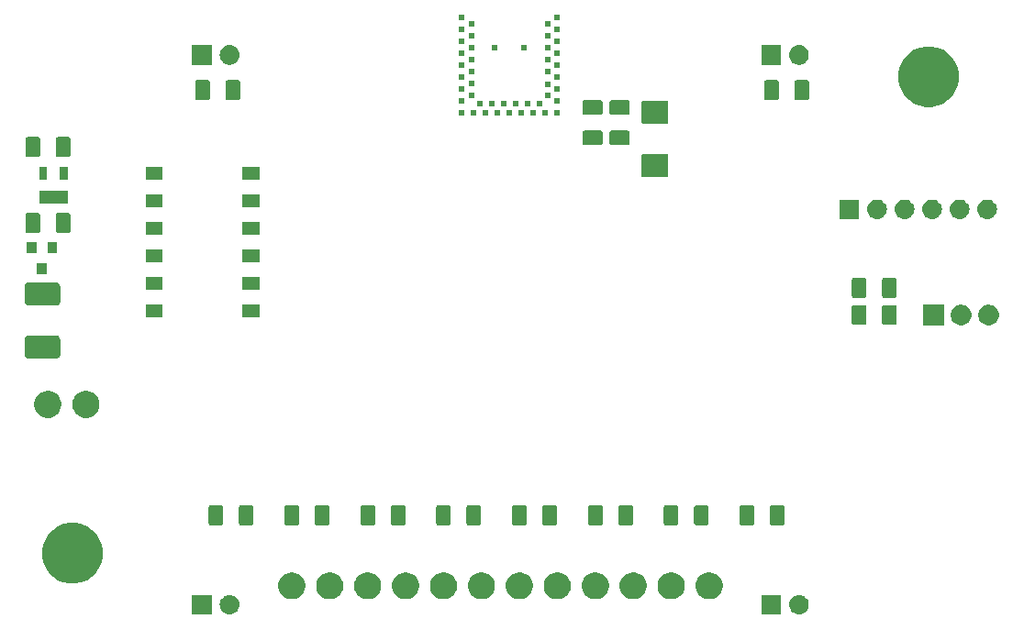
<source format=gbr>
G04 #@! TF.GenerationSoftware,KiCad,Pcbnew,(5.1.0)-1*
G04 #@! TF.CreationDate,2019-04-30T23:12:19+02:00*
G04 #@! TF.ProjectId,ArcJoy,4172634a-6f79-42e6-9b69-6361645f7063,1*
G04 #@! TF.SameCoordinates,Original*
G04 #@! TF.FileFunction,Soldermask,Top*
G04 #@! TF.FilePolarity,Negative*
%FSLAX46Y46*%
G04 Gerber Fmt 4.6, Leading zero omitted, Abs format (unit mm)*
G04 Created by KiCad (PCBNEW (5.1.0)-1) date 2019-04-30 23:12:19*
%MOMM*%
%LPD*%
G04 APERTURE LIST*
%ADD10C,0.100000*%
G04 APERTURE END LIST*
D10*
G36*
X153401000Y-107651000D02*
G01*
X151599000Y-107651000D01*
X151599000Y-105849000D01*
X153401000Y-105849000D01*
X153401000Y-107651000D01*
X153401000Y-107651000D01*
G37*
G36*
X155150443Y-105855519D02*
G01*
X155216627Y-105862037D01*
X155386466Y-105913557D01*
X155542991Y-105997222D01*
X155578729Y-106026552D01*
X155680186Y-106109814D01*
X155756599Y-106202925D01*
X155792778Y-106247009D01*
X155876443Y-106403534D01*
X155927963Y-106573373D01*
X155945359Y-106750000D01*
X155927963Y-106926627D01*
X155876443Y-107096466D01*
X155792778Y-107252991D01*
X155763448Y-107288729D01*
X155680186Y-107390186D01*
X155578729Y-107473448D01*
X155542991Y-107502778D01*
X155386466Y-107586443D01*
X155216627Y-107637963D01*
X155150442Y-107644482D01*
X155084260Y-107651000D01*
X154995740Y-107651000D01*
X154929558Y-107644482D01*
X154863373Y-107637963D01*
X154693534Y-107586443D01*
X154537009Y-107502778D01*
X154501271Y-107473448D01*
X154399814Y-107390186D01*
X154316552Y-107288729D01*
X154287222Y-107252991D01*
X154203557Y-107096466D01*
X154152037Y-106926627D01*
X154134641Y-106750000D01*
X154152037Y-106573373D01*
X154203557Y-106403534D01*
X154287222Y-106247009D01*
X154323401Y-106202925D01*
X154399814Y-106109814D01*
X154501271Y-106026552D01*
X154537009Y-105997222D01*
X154693534Y-105913557D01*
X154863373Y-105862037D01*
X154929557Y-105855519D01*
X154995740Y-105849000D01*
X155084260Y-105849000D01*
X155150443Y-105855519D01*
X155150443Y-105855519D01*
G37*
G36*
X102610443Y-105855519D02*
G01*
X102676627Y-105862037D01*
X102846466Y-105913557D01*
X103002991Y-105997222D01*
X103038729Y-106026552D01*
X103140186Y-106109814D01*
X103216599Y-106202925D01*
X103252778Y-106247009D01*
X103336443Y-106403534D01*
X103387963Y-106573373D01*
X103405359Y-106750000D01*
X103387963Y-106926627D01*
X103336443Y-107096466D01*
X103252778Y-107252991D01*
X103223448Y-107288729D01*
X103140186Y-107390186D01*
X103038729Y-107473448D01*
X103002991Y-107502778D01*
X102846466Y-107586443D01*
X102676627Y-107637963D01*
X102610442Y-107644482D01*
X102544260Y-107651000D01*
X102455740Y-107651000D01*
X102389558Y-107644482D01*
X102323373Y-107637963D01*
X102153534Y-107586443D01*
X101997009Y-107502778D01*
X101961271Y-107473448D01*
X101859814Y-107390186D01*
X101776552Y-107288729D01*
X101747222Y-107252991D01*
X101663557Y-107096466D01*
X101612037Y-106926627D01*
X101594641Y-106750000D01*
X101612037Y-106573373D01*
X101663557Y-106403534D01*
X101747222Y-106247009D01*
X101783401Y-106202925D01*
X101859814Y-106109814D01*
X101961271Y-106026552D01*
X101997009Y-105997222D01*
X102153534Y-105913557D01*
X102323373Y-105862037D01*
X102389557Y-105855519D01*
X102455740Y-105849000D01*
X102544260Y-105849000D01*
X102610443Y-105855519D01*
X102610443Y-105855519D01*
G37*
G36*
X100861000Y-107651000D02*
G01*
X99059000Y-107651000D01*
X99059000Y-105849000D01*
X100861000Y-105849000D01*
X100861000Y-107651000D01*
X100861000Y-107651000D01*
G37*
G36*
X115614903Y-103797075D02*
G01*
X115842571Y-103891378D01*
X116047466Y-104028285D01*
X116221715Y-104202534D01*
X116358622Y-104407429D01*
X116452925Y-104635097D01*
X116501000Y-104876787D01*
X116501000Y-105123213D01*
X116452925Y-105364903D01*
X116358622Y-105592571D01*
X116221715Y-105797466D01*
X116047466Y-105971715D01*
X115842571Y-106108622D01*
X115842570Y-106108623D01*
X115842569Y-106108623D01*
X115614903Y-106202925D01*
X115373214Y-106251000D01*
X115126786Y-106251000D01*
X114885097Y-106202925D01*
X114657431Y-106108623D01*
X114657430Y-106108623D01*
X114657429Y-106108622D01*
X114452534Y-105971715D01*
X114278285Y-105797466D01*
X114141378Y-105592571D01*
X114047075Y-105364903D01*
X113999000Y-105123213D01*
X113999000Y-104876787D01*
X114047075Y-104635097D01*
X114141378Y-104407429D01*
X114278285Y-104202534D01*
X114452534Y-104028285D01*
X114657429Y-103891378D01*
X114885097Y-103797075D01*
X115126786Y-103749000D01*
X115373214Y-103749000D01*
X115614903Y-103797075D01*
X115614903Y-103797075D01*
G37*
G36*
X126114903Y-103797075D02*
G01*
X126342571Y-103891378D01*
X126547466Y-104028285D01*
X126721715Y-104202534D01*
X126858622Y-104407429D01*
X126952925Y-104635097D01*
X127001000Y-104876787D01*
X127001000Y-105123213D01*
X126952925Y-105364903D01*
X126858622Y-105592571D01*
X126721715Y-105797466D01*
X126547466Y-105971715D01*
X126342571Y-106108622D01*
X126342570Y-106108623D01*
X126342569Y-106108623D01*
X126114903Y-106202925D01*
X125873214Y-106251000D01*
X125626786Y-106251000D01*
X125385097Y-106202925D01*
X125157431Y-106108623D01*
X125157430Y-106108623D01*
X125157429Y-106108622D01*
X124952534Y-105971715D01*
X124778285Y-105797466D01*
X124641378Y-105592571D01*
X124547075Y-105364903D01*
X124499000Y-105123213D01*
X124499000Y-104876787D01*
X124547075Y-104635097D01*
X124641378Y-104407429D01*
X124778285Y-104202534D01*
X124952534Y-104028285D01*
X125157429Y-103891378D01*
X125385097Y-103797075D01*
X125626786Y-103749000D01*
X125873214Y-103749000D01*
X126114903Y-103797075D01*
X126114903Y-103797075D01*
G37*
G36*
X122614903Y-103797075D02*
G01*
X122842571Y-103891378D01*
X123047466Y-104028285D01*
X123221715Y-104202534D01*
X123358622Y-104407429D01*
X123452925Y-104635097D01*
X123501000Y-104876787D01*
X123501000Y-105123213D01*
X123452925Y-105364903D01*
X123358622Y-105592571D01*
X123221715Y-105797466D01*
X123047466Y-105971715D01*
X122842571Y-106108622D01*
X122842570Y-106108623D01*
X122842569Y-106108623D01*
X122614903Y-106202925D01*
X122373214Y-106251000D01*
X122126786Y-106251000D01*
X121885097Y-106202925D01*
X121657431Y-106108623D01*
X121657430Y-106108623D01*
X121657429Y-106108622D01*
X121452534Y-105971715D01*
X121278285Y-105797466D01*
X121141378Y-105592571D01*
X121047075Y-105364903D01*
X120999000Y-105123213D01*
X120999000Y-104876787D01*
X121047075Y-104635097D01*
X121141378Y-104407429D01*
X121278285Y-104202534D01*
X121452534Y-104028285D01*
X121657429Y-103891378D01*
X121885097Y-103797075D01*
X122126786Y-103749000D01*
X122373214Y-103749000D01*
X122614903Y-103797075D01*
X122614903Y-103797075D01*
G37*
G36*
X147114903Y-103797075D02*
G01*
X147342571Y-103891378D01*
X147547466Y-104028285D01*
X147721715Y-104202534D01*
X147858622Y-104407429D01*
X147952925Y-104635097D01*
X148001000Y-104876787D01*
X148001000Y-105123213D01*
X147952925Y-105364903D01*
X147858622Y-105592571D01*
X147721715Y-105797466D01*
X147547466Y-105971715D01*
X147342571Y-106108622D01*
X147342570Y-106108623D01*
X147342569Y-106108623D01*
X147114903Y-106202925D01*
X146873214Y-106251000D01*
X146626786Y-106251000D01*
X146385097Y-106202925D01*
X146157431Y-106108623D01*
X146157430Y-106108623D01*
X146157429Y-106108622D01*
X145952534Y-105971715D01*
X145778285Y-105797466D01*
X145641378Y-105592571D01*
X145547075Y-105364903D01*
X145499000Y-105123213D01*
X145499000Y-104876787D01*
X145547075Y-104635097D01*
X145641378Y-104407429D01*
X145778285Y-104202534D01*
X145952534Y-104028285D01*
X146157429Y-103891378D01*
X146385097Y-103797075D01*
X146626786Y-103749000D01*
X146873214Y-103749000D01*
X147114903Y-103797075D01*
X147114903Y-103797075D01*
G37*
G36*
X143614903Y-103797075D02*
G01*
X143842571Y-103891378D01*
X144047466Y-104028285D01*
X144221715Y-104202534D01*
X144358622Y-104407429D01*
X144452925Y-104635097D01*
X144501000Y-104876787D01*
X144501000Y-105123213D01*
X144452925Y-105364903D01*
X144358622Y-105592571D01*
X144221715Y-105797466D01*
X144047466Y-105971715D01*
X143842571Y-106108622D01*
X143842570Y-106108623D01*
X143842569Y-106108623D01*
X143614903Y-106202925D01*
X143373214Y-106251000D01*
X143126786Y-106251000D01*
X142885097Y-106202925D01*
X142657431Y-106108623D01*
X142657430Y-106108623D01*
X142657429Y-106108622D01*
X142452534Y-105971715D01*
X142278285Y-105797466D01*
X142141378Y-105592571D01*
X142047075Y-105364903D01*
X141999000Y-105123213D01*
X141999000Y-104876787D01*
X142047075Y-104635097D01*
X142141378Y-104407429D01*
X142278285Y-104202534D01*
X142452534Y-104028285D01*
X142657429Y-103891378D01*
X142885097Y-103797075D01*
X143126786Y-103749000D01*
X143373214Y-103749000D01*
X143614903Y-103797075D01*
X143614903Y-103797075D01*
G37*
G36*
X140114903Y-103797075D02*
G01*
X140342571Y-103891378D01*
X140547466Y-104028285D01*
X140721715Y-104202534D01*
X140858622Y-104407429D01*
X140952925Y-104635097D01*
X141001000Y-104876787D01*
X141001000Y-105123213D01*
X140952925Y-105364903D01*
X140858622Y-105592571D01*
X140721715Y-105797466D01*
X140547466Y-105971715D01*
X140342571Y-106108622D01*
X140342570Y-106108623D01*
X140342569Y-106108623D01*
X140114903Y-106202925D01*
X139873214Y-106251000D01*
X139626786Y-106251000D01*
X139385097Y-106202925D01*
X139157431Y-106108623D01*
X139157430Y-106108623D01*
X139157429Y-106108622D01*
X138952534Y-105971715D01*
X138778285Y-105797466D01*
X138641378Y-105592571D01*
X138547075Y-105364903D01*
X138499000Y-105123213D01*
X138499000Y-104876787D01*
X138547075Y-104635097D01*
X138641378Y-104407429D01*
X138778285Y-104202534D01*
X138952534Y-104028285D01*
X139157429Y-103891378D01*
X139385097Y-103797075D01*
X139626786Y-103749000D01*
X139873214Y-103749000D01*
X140114903Y-103797075D01*
X140114903Y-103797075D01*
G37*
G36*
X133114903Y-103797075D02*
G01*
X133342571Y-103891378D01*
X133547466Y-104028285D01*
X133721715Y-104202534D01*
X133858622Y-104407429D01*
X133952925Y-104635097D01*
X134001000Y-104876787D01*
X134001000Y-105123213D01*
X133952925Y-105364903D01*
X133858622Y-105592571D01*
X133721715Y-105797466D01*
X133547466Y-105971715D01*
X133342571Y-106108622D01*
X133342570Y-106108623D01*
X133342569Y-106108623D01*
X133114903Y-106202925D01*
X132873214Y-106251000D01*
X132626786Y-106251000D01*
X132385097Y-106202925D01*
X132157431Y-106108623D01*
X132157430Y-106108623D01*
X132157429Y-106108622D01*
X131952534Y-105971715D01*
X131778285Y-105797466D01*
X131641378Y-105592571D01*
X131547075Y-105364903D01*
X131499000Y-105123213D01*
X131499000Y-104876787D01*
X131547075Y-104635097D01*
X131641378Y-104407429D01*
X131778285Y-104202534D01*
X131952534Y-104028285D01*
X132157429Y-103891378D01*
X132385097Y-103797075D01*
X132626786Y-103749000D01*
X132873214Y-103749000D01*
X133114903Y-103797075D01*
X133114903Y-103797075D01*
G37*
G36*
X108614903Y-103797075D02*
G01*
X108842571Y-103891378D01*
X109047466Y-104028285D01*
X109221715Y-104202534D01*
X109358622Y-104407429D01*
X109452925Y-104635097D01*
X109501000Y-104876787D01*
X109501000Y-105123213D01*
X109452925Y-105364903D01*
X109358622Y-105592571D01*
X109221715Y-105797466D01*
X109047466Y-105971715D01*
X108842571Y-106108622D01*
X108842570Y-106108623D01*
X108842569Y-106108623D01*
X108614903Y-106202925D01*
X108373214Y-106251000D01*
X108126786Y-106251000D01*
X107885097Y-106202925D01*
X107657431Y-106108623D01*
X107657430Y-106108623D01*
X107657429Y-106108622D01*
X107452534Y-105971715D01*
X107278285Y-105797466D01*
X107141378Y-105592571D01*
X107047075Y-105364903D01*
X106999000Y-105123213D01*
X106999000Y-104876787D01*
X107047075Y-104635097D01*
X107141378Y-104407429D01*
X107278285Y-104202534D01*
X107452534Y-104028285D01*
X107657429Y-103891378D01*
X107885097Y-103797075D01*
X108126786Y-103749000D01*
X108373214Y-103749000D01*
X108614903Y-103797075D01*
X108614903Y-103797075D01*
G37*
G36*
X112114903Y-103797075D02*
G01*
X112342571Y-103891378D01*
X112547466Y-104028285D01*
X112721715Y-104202534D01*
X112858622Y-104407429D01*
X112952925Y-104635097D01*
X113001000Y-104876787D01*
X113001000Y-105123213D01*
X112952925Y-105364903D01*
X112858622Y-105592571D01*
X112721715Y-105797466D01*
X112547466Y-105971715D01*
X112342571Y-106108622D01*
X112342570Y-106108623D01*
X112342569Y-106108623D01*
X112114903Y-106202925D01*
X111873214Y-106251000D01*
X111626786Y-106251000D01*
X111385097Y-106202925D01*
X111157431Y-106108623D01*
X111157430Y-106108623D01*
X111157429Y-106108622D01*
X110952534Y-105971715D01*
X110778285Y-105797466D01*
X110641378Y-105592571D01*
X110547075Y-105364903D01*
X110499000Y-105123213D01*
X110499000Y-104876787D01*
X110547075Y-104635097D01*
X110641378Y-104407429D01*
X110778285Y-104202534D01*
X110952534Y-104028285D01*
X111157429Y-103891378D01*
X111385097Y-103797075D01*
X111626786Y-103749000D01*
X111873214Y-103749000D01*
X112114903Y-103797075D01*
X112114903Y-103797075D01*
G37*
G36*
X129614903Y-103797075D02*
G01*
X129842571Y-103891378D01*
X130047466Y-104028285D01*
X130221715Y-104202534D01*
X130358622Y-104407429D01*
X130452925Y-104635097D01*
X130501000Y-104876787D01*
X130501000Y-105123213D01*
X130452925Y-105364903D01*
X130358622Y-105592571D01*
X130221715Y-105797466D01*
X130047466Y-105971715D01*
X129842571Y-106108622D01*
X129842570Y-106108623D01*
X129842569Y-106108623D01*
X129614903Y-106202925D01*
X129373214Y-106251000D01*
X129126786Y-106251000D01*
X128885097Y-106202925D01*
X128657431Y-106108623D01*
X128657430Y-106108623D01*
X128657429Y-106108622D01*
X128452534Y-105971715D01*
X128278285Y-105797466D01*
X128141378Y-105592571D01*
X128047075Y-105364903D01*
X127999000Y-105123213D01*
X127999000Y-104876787D01*
X128047075Y-104635097D01*
X128141378Y-104407429D01*
X128278285Y-104202534D01*
X128452534Y-104028285D01*
X128657429Y-103891378D01*
X128885097Y-103797075D01*
X129126786Y-103749000D01*
X129373214Y-103749000D01*
X129614903Y-103797075D01*
X129614903Y-103797075D01*
G37*
G36*
X119114903Y-103797075D02*
G01*
X119342571Y-103891378D01*
X119547466Y-104028285D01*
X119721715Y-104202534D01*
X119858622Y-104407429D01*
X119952925Y-104635097D01*
X120001000Y-104876787D01*
X120001000Y-105123213D01*
X119952925Y-105364903D01*
X119858622Y-105592571D01*
X119721715Y-105797466D01*
X119547466Y-105971715D01*
X119342571Y-106108622D01*
X119342570Y-106108623D01*
X119342569Y-106108623D01*
X119114903Y-106202925D01*
X118873214Y-106251000D01*
X118626786Y-106251000D01*
X118385097Y-106202925D01*
X118157431Y-106108623D01*
X118157430Y-106108623D01*
X118157429Y-106108622D01*
X117952534Y-105971715D01*
X117778285Y-105797466D01*
X117641378Y-105592571D01*
X117547075Y-105364903D01*
X117499000Y-105123213D01*
X117499000Y-104876787D01*
X117547075Y-104635097D01*
X117641378Y-104407429D01*
X117778285Y-104202534D01*
X117952534Y-104028285D01*
X118157429Y-103891378D01*
X118385097Y-103797075D01*
X118626786Y-103749000D01*
X118873214Y-103749000D01*
X119114903Y-103797075D01*
X119114903Y-103797075D01*
G37*
G36*
X136614903Y-103797075D02*
G01*
X136842571Y-103891378D01*
X137047466Y-104028285D01*
X137221715Y-104202534D01*
X137358622Y-104407429D01*
X137452925Y-104635097D01*
X137501000Y-104876787D01*
X137501000Y-105123213D01*
X137452925Y-105364903D01*
X137358622Y-105592571D01*
X137221715Y-105797466D01*
X137047466Y-105971715D01*
X136842571Y-106108622D01*
X136842570Y-106108623D01*
X136842569Y-106108623D01*
X136614903Y-106202925D01*
X136373214Y-106251000D01*
X136126786Y-106251000D01*
X135885097Y-106202925D01*
X135657431Y-106108623D01*
X135657430Y-106108623D01*
X135657429Y-106108622D01*
X135452534Y-105971715D01*
X135278285Y-105797466D01*
X135141378Y-105592571D01*
X135047075Y-105364903D01*
X134999000Y-105123213D01*
X134999000Y-104876787D01*
X135047075Y-104635097D01*
X135141378Y-104407429D01*
X135278285Y-104202534D01*
X135452534Y-104028285D01*
X135657429Y-103891378D01*
X135885097Y-103797075D01*
X136126786Y-103749000D01*
X136373214Y-103749000D01*
X136614903Y-103797075D01*
X136614903Y-103797075D01*
G37*
G36*
X88817021Y-99306640D02*
G01*
X89326769Y-99517785D01*
X89326771Y-99517786D01*
X89785534Y-99824321D01*
X90175679Y-100214466D01*
X90482214Y-100673229D01*
X90482215Y-100673231D01*
X90693360Y-101182979D01*
X90801000Y-101724124D01*
X90801000Y-102275876D01*
X90693360Y-102817021D01*
X90482215Y-103326769D01*
X90482214Y-103326771D01*
X90175679Y-103785534D01*
X89785534Y-104175679D01*
X89326771Y-104482214D01*
X89326770Y-104482215D01*
X89326769Y-104482215D01*
X88817021Y-104693360D01*
X88275876Y-104801000D01*
X87724124Y-104801000D01*
X87182979Y-104693360D01*
X86673231Y-104482215D01*
X86673230Y-104482215D01*
X86673229Y-104482214D01*
X86214466Y-104175679D01*
X85824321Y-103785534D01*
X85517786Y-103326771D01*
X85517785Y-103326769D01*
X85306640Y-102817021D01*
X85199000Y-102275876D01*
X85199000Y-101724124D01*
X85306640Y-101182979D01*
X85517785Y-100673231D01*
X85517786Y-100673229D01*
X85824321Y-100214466D01*
X86214466Y-99824321D01*
X86673229Y-99517786D01*
X86673231Y-99517785D01*
X87182979Y-99306640D01*
X87724124Y-99199000D01*
X88275876Y-99199000D01*
X88817021Y-99306640D01*
X88817021Y-99306640D01*
G37*
G36*
X101768604Y-97578347D02*
G01*
X101805144Y-97589432D01*
X101838821Y-97607433D01*
X101868341Y-97631659D01*
X101892567Y-97661179D01*
X101910568Y-97694856D01*
X101921653Y-97731396D01*
X101926000Y-97775538D01*
X101926000Y-99224462D01*
X101921653Y-99268604D01*
X101910568Y-99305144D01*
X101892567Y-99338821D01*
X101868341Y-99368341D01*
X101838821Y-99392567D01*
X101805144Y-99410568D01*
X101768604Y-99421653D01*
X101724462Y-99426000D01*
X100775538Y-99426000D01*
X100731396Y-99421653D01*
X100694856Y-99410568D01*
X100661179Y-99392567D01*
X100631659Y-99368341D01*
X100607433Y-99338821D01*
X100589432Y-99305144D01*
X100578347Y-99268604D01*
X100574000Y-99224462D01*
X100574000Y-97775538D01*
X100578347Y-97731396D01*
X100589432Y-97694856D01*
X100607433Y-97661179D01*
X100631659Y-97631659D01*
X100661179Y-97607433D01*
X100694856Y-97589432D01*
X100731396Y-97578347D01*
X100775538Y-97574000D01*
X101724462Y-97574000D01*
X101768604Y-97578347D01*
X101768604Y-97578347D01*
G37*
G36*
X132568604Y-97578347D02*
G01*
X132605144Y-97589432D01*
X132638821Y-97607433D01*
X132668341Y-97631659D01*
X132692567Y-97661179D01*
X132710568Y-97694856D01*
X132721653Y-97731396D01*
X132726000Y-97775538D01*
X132726000Y-99224462D01*
X132721653Y-99268604D01*
X132710568Y-99305144D01*
X132692567Y-99338821D01*
X132668341Y-99368341D01*
X132638821Y-99392567D01*
X132605144Y-99410568D01*
X132568604Y-99421653D01*
X132524462Y-99426000D01*
X131575538Y-99426000D01*
X131531396Y-99421653D01*
X131494856Y-99410568D01*
X131461179Y-99392567D01*
X131431659Y-99368341D01*
X131407433Y-99338821D01*
X131389432Y-99305144D01*
X131378347Y-99268604D01*
X131374000Y-99224462D01*
X131374000Y-97775538D01*
X131378347Y-97731396D01*
X131389432Y-97694856D01*
X131407433Y-97661179D01*
X131431659Y-97631659D01*
X131461179Y-97607433D01*
X131494856Y-97589432D01*
X131531396Y-97578347D01*
X131575538Y-97574000D01*
X132524462Y-97574000D01*
X132568604Y-97578347D01*
X132568604Y-97578347D01*
G37*
G36*
X129768604Y-97578347D02*
G01*
X129805144Y-97589432D01*
X129838821Y-97607433D01*
X129868341Y-97631659D01*
X129892567Y-97661179D01*
X129910568Y-97694856D01*
X129921653Y-97731396D01*
X129926000Y-97775538D01*
X129926000Y-99224462D01*
X129921653Y-99268604D01*
X129910568Y-99305144D01*
X129892567Y-99338821D01*
X129868341Y-99368341D01*
X129838821Y-99392567D01*
X129805144Y-99410568D01*
X129768604Y-99421653D01*
X129724462Y-99426000D01*
X128775538Y-99426000D01*
X128731396Y-99421653D01*
X128694856Y-99410568D01*
X128661179Y-99392567D01*
X128631659Y-99368341D01*
X128607433Y-99338821D01*
X128589432Y-99305144D01*
X128578347Y-99268604D01*
X128574000Y-99224462D01*
X128574000Y-97775538D01*
X128578347Y-97731396D01*
X128589432Y-97694856D01*
X128607433Y-97661179D01*
X128631659Y-97631659D01*
X128661179Y-97607433D01*
X128694856Y-97589432D01*
X128731396Y-97578347D01*
X128775538Y-97574000D01*
X129724462Y-97574000D01*
X129768604Y-97578347D01*
X129768604Y-97578347D01*
G37*
G36*
X111568604Y-97578347D02*
G01*
X111605144Y-97589432D01*
X111638821Y-97607433D01*
X111668341Y-97631659D01*
X111692567Y-97661179D01*
X111710568Y-97694856D01*
X111721653Y-97731396D01*
X111726000Y-97775538D01*
X111726000Y-99224462D01*
X111721653Y-99268604D01*
X111710568Y-99305144D01*
X111692567Y-99338821D01*
X111668341Y-99368341D01*
X111638821Y-99392567D01*
X111605144Y-99410568D01*
X111568604Y-99421653D01*
X111524462Y-99426000D01*
X110575538Y-99426000D01*
X110531396Y-99421653D01*
X110494856Y-99410568D01*
X110461179Y-99392567D01*
X110431659Y-99368341D01*
X110407433Y-99338821D01*
X110389432Y-99305144D01*
X110378347Y-99268604D01*
X110374000Y-99224462D01*
X110374000Y-97775538D01*
X110378347Y-97731396D01*
X110389432Y-97694856D01*
X110407433Y-97661179D01*
X110431659Y-97631659D01*
X110461179Y-97607433D01*
X110494856Y-97589432D01*
X110531396Y-97578347D01*
X110575538Y-97574000D01*
X111524462Y-97574000D01*
X111568604Y-97578347D01*
X111568604Y-97578347D01*
G37*
G36*
X108768604Y-97578347D02*
G01*
X108805144Y-97589432D01*
X108838821Y-97607433D01*
X108868341Y-97631659D01*
X108892567Y-97661179D01*
X108910568Y-97694856D01*
X108921653Y-97731396D01*
X108926000Y-97775538D01*
X108926000Y-99224462D01*
X108921653Y-99268604D01*
X108910568Y-99305144D01*
X108892567Y-99338821D01*
X108868341Y-99368341D01*
X108838821Y-99392567D01*
X108805144Y-99410568D01*
X108768604Y-99421653D01*
X108724462Y-99426000D01*
X107775538Y-99426000D01*
X107731396Y-99421653D01*
X107694856Y-99410568D01*
X107661179Y-99392567D01*
X107631659Y-99368341D01*
X107607433Y-99338821D01*
X107589432Y-99305144D01*
X107578347Y-99268604D01*
X107574000Y-99224462D01*
X107574000Y-97775538D01*
X107578347Y-97731396D01*
X107589432Y-97694856D01*
X107607433Y-97661179D01*
X107631659Y-97631659D01*
X107661179Y-97607433D01*
X107694856Y-97589432D01*
X107731396Y-97578347D01*
X107775538Y-97574000D01*
X108724462Y-97574000D01*
X108768604Y-97578347D01*
X108768604Y-97578347D01*
G37*
G36*
X118568604Y-97578347D02*
G01*
X118605144Y-97589432D01*
X118638821Y-97607433D01*
X118668341Y-97631659D01*
X118692567Y-97661179D01*
X118710568Y-97694856D01*
X118721653Y-97731396D01*
X118726000Y-97775538D01*
X118726000Y-99224462D01*
X118721653Y-99268604D01*
X118710568Y-99305144D01*
X118692567Y-99338821D01*
X118668341Y-99368341D01*
X118638821Y-99392567D01*
X118605144Y-99410568D01*
X118568604Y-99421653D01*
X118524462Y-99426000D01*
X117575538Y-99426000D01*
X117531396Y-99421653D01*
X117494856Y-99410568D01*
X117461179Y-99392567D01*
X117431659Y-99368341D01*
X117407433Y-99338821D01*
X117389432Y-99305144D01*
X117378347Y-99268604D01*
X117374000Y-99224462D01*
X117374000Y-97775538D01*
X117378347Y-97731396D01*
X117389432Y-97694856D01*
X117407433Y-97661179D01*
X117431659Y-97631659D01*
X117461179Y-97607433D01*
X117494856Y-97589432D01*
X117531396Y-97578347D01*
X117575538Y-97574000D01*
X118524462Y-97574000D01*
X118568604Y-97578347D01*
X118568604Y-97578347D01*
G37*
G36*
X115768604Y-97578347D02*
G01*
X115805144Y-97589432D01*
X115838821Y-97607433D01*
X115868341Y-97631659D01*
X115892567Y-97661179D01*
X115910568Y-97694856D01*
X115921653Y-97731396D01*
X115926000Y-97775538D01*
X115926000Y-99224462D01*
X115921653Y-99268604D01*
X115910568Y-99305144D01*
X115892567Y-99338821D01*
X115868341Y-99368341D01*
X115838821Y-99392567D01*
X115805144Y-99410568D01*
X115768604Y-99421653D01*
X115724462Y-99426000D01*
X114775538Y-99426000D01*
X114731396Y-99421653D01*
X114694856Y-99410568D01*
X114661179Y-99392567D01*
X114631659Y-99368341D01*
X114607433Y-99338821D01*
X114589432Y-99305144D01*
X114578347Y-99268604D01*
X114574000Y-99224462D01*
X114574000Y-97775538D01*
X114578347Y-97731396D01*
X114589432Y-97694856D01*
X114607433Y-97661179D01*
X114631659Y-97631659D01*
X114661179Y-97607433D01*
X114694856Y-97589432D01*
X114731396Y-97578347D01*
X114775538Y-97574000D01*
X115724462Y-97574000D01*
X115768604Y-97578347D01*
X115768604Y-97578347D01*
G37*
G36*
X125568604Y-97578347D02*
G01*
X125605144Y-97589432D01*
X125638821Y-97607433D01*
X125668341Y-97631659D01*
X125692567Y-97661179D01*
X125710568Y-97694856D01*
X125721653Y-97731396D01*
X125726000Y-97775538D01*
X125726000Y-99224462D01*
X125721653Y-99268604D01*
X125710568Y-99305144D01*
X125692567Y-99338821D01*
X125668341Y-99368341D01*
X125638821Y-99392567D01*
X125605144Y-99410568D01*
X125568604Y-99421653D01*
X125524462Y-99426000D01*
X124575538Y-99426000D01*
X124531396Y-99421653D01*
X124494856Y-99410568D01*
X124461179Y-99392567D01*
X124431659Y-99368341D01*
X124407433Y-99338821D01*
X124389432Y-99305144D01*
X124378347Y-99268604D01*
X124374000Y-99224462D01*
X124374000Y-97775538D01*
X124378347Y-97731396D01*
X124389432Y-97694856D01*
X124407433Y-97661179D01*
X124431659Y-97631659D01*
X124461179Y-97607433D01*
X124494856Y-97589432D01*
X124531396Y-97578347D01*
X124575538Y-97574000D01*
X125524462Y-97574000D01*
X125568604Y-97578347D01*
X125568604Y-97578347D01*
G37*
G36*
X122768604Y-97578347D02*
G01*
X122805144Y-97589432D01*
X122838821Y-97607433D01*
X122868341Y-97631659D01*
X122892567Y-97661179D01*
X122910568Y-97694856D01*
X122921653Y-97731396D01*
X122926000Y-97775538D01*
X122926000Y-99224462D01*
X122921653Y-99268604D01*
X122910568Y-99305144D01*
X122892567Y-99338821D01*
X122868341Y-99368341D01*
X122838821Y-99392567D01*
X122805144Y-99410568D01*
X122768604Y-99421653D01*
X122724462Y-99426000D01*
X121775538Y-99426000D01*
X121731396Y-99421653D01*
X121694856Y-99410568D01*
X121661179Y-99392567D01*
X121631659Y-99368341D01*
X121607433Y-99338821D01*
X121589432Y-99305144D01*
X121578347Y-99268604D01*
X121574000Y-99224462D01*
X121574000Y-97775538D01*
X121578347Y-97731396D01*
X121589432Y-97694856D01*
X121607433Y-97661179D01*
X121631659Y-97631659D01*
X121661179Y-97607433D01*
X121694856Y-97589432D01*
X121731396Y-97578347D01*
X121775538Y-97574000D01*
X122724462Y-97574000D01*
X122768604Y-97578347D01*
X122768604Y-97578347D01*
G37*
G36*
X104568604Y-97578347D02*
G01*
X104605144Y-97589432D01*
X104638821Y-97607433D01*
X104668341Y-97631659D01*
X104692567Y-97661179D01*
X104710568Y-97694856D01*
X104721653Y-97731396D01*
X104726000Y-97775538D01*
X104726000Y-99224462D01*
X104721653Y-99268604D01*
X104710568Y-99305144D01*
X104692567Y-99338821D01*
X104668341Y-99368341D01*
X104638821Y-99392567D01*
X104605144Y-99410568D01*
X104568604Y-99421653D01*
X104524462Y-99426000D01*
X103575538Y-99426000D01*
X103531396Y-99421653D01*
X103494856Y-99410568D01*
X103461179Y-99392567D01*
X103431659Y-99368341D01*
X103407433Y-99338821D01*
X103389432Y-99305144D01*
X103378347Y-99268604D01*
X103374000Y-99224462D01*
X103374000Y-97775538D01*
X103378347Y-97731396D01*
X103389432Y-97694856D01*
X103407433Y-97661179D01*
X103431659Y-97631659D01*
X103461179Y-97607433D01*
X103494856Y-97589432D01*
X103531396Y-97578347D01*
X103575538Y-97574000D01*
X104524462Y-97574000D01*
X104568604Y-97578347D01*
X104568604Y-97578347D01*
G37*
G36*
X146568604Y-97578347D02*
G01*
X146605144Y-97589432D01*
X146638821Y-97607433D01*
X146668341Y-97631659D01*
X146692567Y-97661179D01*
X146710568Y-97694856D01*
X146721653Y-97731396D01*
X146726000Y-97775538D01*
X146726000Y-99224462D01*
X146721653Y-99268604D01*
X146710568Y-99305144D01*
X146692567Y-99338821D01*
X146668341Y-99368341D01*
X146638821Y-99392567D01*
X146605144Y-99410568D01*
X146568604Y-99421653D01*
X146524462Y-99426000D01*
X145575538Y-99426000D01*
X145531396Y-99421653D01*
X145494856Y-99410568D01*
X145461179Y-99392567D01*
X145431659Y-99368341D01*
X145407433Y-99338821D01*
X145389432Y-99305144D01*
X145378347Y-99268604D01*
X145374000Y-99224462D01*
X145374000Y-97775538D01*
X145378347Y-97731396D01*
X145389432Y-97694856D01*
X145407433Y-97661179D01*
X145431659Y-97631659D01*
X145461179Y-97607433D01*
X145494856Y-97589432D01*
X145531396Y-97578347D01*
X145575538Y-97574000D01*
X146524462Y-97574000D01*
X146568604Y-97578347D01*
X146568604Y-97578347D01*
G37*
G36*
X136768604Y-97578347D02*
G01*
X136805144Y-97589432D01*
X136838821Y-97607433D01*
X136868341Y-97631659D01*
X136892567Y-97661179D01*
X136910568Y-97694856D01*
X136921653Y-97731396D01*
X136926000Y-97775538D01*
X136926000Y-99224462D01*
X136921653Y-99268604D01*
X136910568Y-99305144D01*
X136892567Y-99338821D01*
X136868341Y-99368341D01*
X136838821Y-99392567D01*
X136805144Y-99410568D01*
X136768604Y-99421653D01*
X136724462Y-99426000D01*
X135775538Y-99426000D01*
X135731396Y-99421653D01*
X135694856Y-99410568D01*
X135661179Y-99392567D01*
X135631659Y-99368341D01*
X135607433Y-99338821D01*
X135589432Y-99305144D01*
X135578347Y-99268604D01*
X135574000Y-99224462D01*
X135574000Y-97775538D01*
X135578347Y-97731396D01*
X135589432Y-97694856D01*
X135607433Y-97661179D01*
X135631659Y-97631659D01*
X135661179Y-97607433D01*
X135694856Y-97589432D01*
X135731396Y-97578347D01*
X135775538Y-97574000D01*
X136724462Y-97574000D01*
X136768604Y-97578347D01*
X136768604Y-97578347D01*
G37*
G36*
X153568604Y-97578347D02*
G01*
X153605144Y-97589432D01*
X153638821Y-97607433D01*
X153668341Y-97631659D01*
X153692567Y-97661179D01*
X153710568Y-97694856D01*
X153721653Y-97731396D01*
X153726000Y-97775538D01*
X153726000Y-99224462D01*
X153721653Y-99268604D01*
X153710568Y-99305144D01*
X153692567Y-99338821D01*
X153668341Y-99368341D01*
X153638821Y-99392567D01*
X153605144Y-99410568D01*
X153568604Y-99421653D01*
X153524462Y-99426000D01*
X152575538Y-99426000D01*
X152531396Y-99421653D01*
X152494856Y-99410568D01*
X152461179Y-99392567D01*
X152431659Y-99368341D01*
X152407433Y-99338821D01*
X152389432Y-99305144D01*
X152378347Y-99268604D01*
X152374000Y-99224462D01*
X152374000Y-97775538D01*
X152378347Y-97731396D01*
X152389432Y-97694856D01*
X152407433Y-97661179D01*
X152431659Y-97631659D01*
X152461179Y-97607433D01*
X152494856Y-97589432D01*
X152531396Y-97578347D01*
X152575538Y-97574000D01*
X153524462Y-97574000D01*
X153568604Y-97578347D01*
X153568604Y-97578347D01*
G37*
G36*
X150768604Y-97578347D02*
G01*
X150805144Y-97589432D01*
X150838821Y-97607433D01*
X150868341Y-97631659D01*
X150892567Y-97661179D01*
X150910568Y-97694856D01*
X150921653Y-97731396D01*
X150926000Y-97775538D01*
X150926000Y-99224462D01*
X150921653Y-99268604D01*
X150910568Y-99305144D01*
X150892567Y-99338821D01*
X150868341Y-99368341D01*
X150838821Y-99392567D01*
X150805144Y-99410568D01*
X150768604Y-99421653D01*
X150724462Y-99426000D01*
X149775538Y-99426000D01*
X149731396Y-99421653D01*
X149694856Y-99410568D01*
X149661179Y-99392567D01*
X149631659Y-99368341D01*
X149607433Y-99338821D01*
X149589432Y-99305144D01*
X149578347Y-99268604D01*
X149574000Y-99224462D01*
X149574000Y-97775538D01*
X149578347Y-97731396D01*
X149589432Y-97694856D01*
X149607433Y-97661179D01*
X149631659Y-97631659D01*
X149661179Y-97607433D01*
X149694856Y-97589432D01*
X149731396Y-97578347D01*
X149775538Y-97574000D01*
X150724462Y-97574000D01*
X150768604Y-97578347D01*
X150768604Y-97578347D01*
G37*
G36*
X143768604Y-97578347D02*
G01*
X143805144Y-97589432D01*
X143838821Y-97607433D01*
X143868341Y-97631659D01*
X143892567Y-97661179D01*
X143910568Y-97694856D01*
X143921653Y-97731396D01*
X143926000Y-97775538D01*
X143926000Y-99224462D01*
X143921653Y-99268604D01*
X143910568Y-99305144D01*
X143892567Y-99338821D01*
X143868341Y-99368341D01*
X143838821Y-99392567D01*
X143805144Y-99410568D01*
X143768604Y-99421653D01*
X143724462Y-99426000D01*
X142775538Y-99426000D01*
X142731396Y-99421653D01*
X142694856Y-99410568D01*
X142661179Y-99392567D01*
X142631659Y-99368341D01*
X142607433Y-99338821D01*
X142589432Y-99305144D01*
X142578347Y-99268604D01*
X142574000Y-99224462D01*
X142574000Y-97775538D01*
X142578347Y-97731396D01*
X142589432Y-97694856D01*
X142607433Y-97661179D01*
X142631659Y-97631659D01*
X142661179Y-97607433D01*
X142694856Y-97589432D01*
X142731396Y-97578347D01*
X142775538Y-97574000D01*
X143724462Y-97574000D01*
X143768604Y-97578347D01*
X143768604Y-97578347D01*
G37*
G36*
X139568604Y-97578347D02*
G01*
X139605144Y-97589432D01*
X139638821Y-97607433D01*
X139668341Y-97631659D01*
X139692567Y-97661179D01*
X139710568Y-97694856D01*
X139721653Y-97731396D01*
X139726000Y-97775538D01*
X139726000Y-99224462D01*
X139721653Y-99268604D01*
X139710568Y-99305144D01*
X139692567Y-99338821D01*
X139668341Y-99368341D01*
X139638821Y-99392567D01*
X139605144Y-99410568D01*
X139568604Y-99421653D01*
X139524462Y-99426000D01*
X138575538Y-99426000D01*
X138531396Y-99421653D01*
X138494856Y-99410568D01*
X138461179Y-99392567D01*
X138431659Y-99368341D01*
X138407433Y-99338821D01*
X138389432Y-99305144D01*
X138378347Y-99268604D01*
X138374000Y-99224462D01*
X138374000Y-97775538D01*
X138378347Y-97731396D01*
X138389432Y-97694856D01*
X138407433Y-97661179D01*
X138431659Y-97631659D01*
X138461179Y-97607433D01*
X138494856Y-97589432D01*
X138531396Y-97578347D01*
X138575538Y-97574000D01*
X139524462Y-97574000D01*
X139568604Y-97578347D01*
X139568604Y-97578347D01*
G37*
G36*
X89614903Y-87047075D02*
G01*
X89842571Y-87141378D01*
X90047466Y-87278285D01*
X90221715Y-87452534D01*
X90358622Y-87657429D01*
X90452925Y-87885097D01*
X90501000Y-88126787D01*
X90501000Y-88373213D01*
X90452925Y-88614903D01*
X90358622Y-88842571D01*
X90221715Y-89047466D01*
X90047466Y-89221715D01*
X89842571Y-89358622D01*
X89842570Y-89358623D01*
X89842569Y-89358623D01*
X89614903Y-89452925D01*
X89373214Y-89501000D01*
X89126786Y-89501000D01*
X88885097Y-89452925D01*
X88657431Y-89358623D01*
X88657430Y-89358623D01*
X88657429Y-89358622D01*
X88452534Y-89221715D01*
X88278285Y-89047466D01*
X88141378Y-88842571D01*
X88047075Y-88614903D01*
X87999000Y-88373213D01*
X87999000Y-88126787D01*
X88047075Y-87885097D01*
X88141378Y-87657429D01*
X88278285Y-87452534D01*
X88452534Y-87278285D01*
X88657429Y-87141378D01*
X88885097Y-87047075D01*
X89126786Y-86999000D01*
X89373214Y-86999000D01*
X89614903Y-87047075D01*
X89614903Y-87047075D01*
G37*
G36*
X86114903Y-87047075D02*
G01*
X86342571Y-87141378D01*
X86547466Y-87278285D01*
X86721715Y-87452534D01*
X86858622Y-87657429D01*
X86952925Y-87885097D01*
X87001000Y-88126787D01*
X87001000Y-88373213D01*
X86952925Y-88614903D01*
X86858622Y-88842571D01*
X86721715Y-89047466D01*
X86547466Y-89221715D01*
X86342571Y-89358622D01*
X86342570Y-89358623D01*
X86342569Y-89358623D01*
X86114903Y-89452925D01*
X85873214Y-89501000D01*
X85626786Y-89501000D01*
X85385097Y-89452925D01*
X85157431Y-89358623D01*
X85157430Y-89358623D01*
X85157429Y-89358622D01*
X84952534Y-89221715D01*
X84778285Y-89047466D01*
X84641378Y-88842571D01*
X84547075Y-88614903D01*
X84499000Y-88373213D01*
X84499000Y-88126787D01*
X84547075Y-87885097D01*
X84641378Y-87657429D01*
X84778285Y-87452534D01*
X84952534Y-87278285D01*
X85157429Y-87141378D01*
X85385097Y-87047075D01*
X85626786Y-86999000D01*
X85873214Y-86999000D01*
X86114903Y-87047075D01*
X86114903Y-87047075D01*
G37*
G36*
X86626264Y-81905552D02*
G01*
X86684326Y-81923165D01*
X86737838Y-81951768D01*
X86784741Y-81990259D01*
X86823232Y-82037162D01*
X86851835Y-82090674D01*
X86869448Y-82148736D01*
X86876000Y-82215260D01*
X86876000Y-83684740D01*
X86869448Y-83751264D01*
X86851835Y-83809326D01*
X86823232Y-83862838D01*
X86784741Y-83909741D01*
X86737838Y-83948232D01*
X86684326Y-83976835D01*
X86626264Y-83994448D01*
X86559740Y-84001000D01*
X83940260Y-84001000D01*
X83873736Y-83994448D01*
X83815674Y-83976835D01*
X83762162Y-83948232D01*
X83715259Y-83909741D01*
X83676768Y-83862838D01*
X83648165Y-83809326D01*
X83630552Y-83751264D01*
X83624000Y-83684740D01*
X83624000Y-82215260D01*
X83630552Y-82148736D01*
X83648165Y-82090674D01*
X83676768Y-82037162D01*
X83715259Y-81990259D01*
X83762162Y-81951768D01*
X83815674Y-81923165D01*
X83873736Y-81905552D01*
X83940260Y-81899000D01*
X86559740Y-81899000D01*
X86626264Y-81905552D01*
X86626264Y-81905552D01*
G37*
G36*
X170277395Y-79085546D02*
G01*
X170450466Y-79157234D01*
X170506771Y-79194856D01*
X170606227Y-79261310D01*
X170738690Y-79393773D01*
X170738691Y-79393775D01*
X170842766Y-79549534D01*
X170914454Y-79722605D01*
X170951000Y-79906333D01*
X170951000Y-80093667D01*
X170914454Y-80277395D01*
X170842766Y-80450466D01*
X170842765Y-80450467D01*
X170738690Y-80606227D01*
X170606227Y-80738690D01*
X170575714Y-80759078D01*
X170450466Y-80842766D01*
X170277395Y-80914454D01*
X170093667Y-80951000D01*
X169906333Y-80951000D01*
X169722605Y-80914454D01*
X169549534Y-80842766D01*
X169424286Y-80759078D01*
X169393773Y-80738690D01*
X169261310Y-80606227D01*
X169157235Y-80450467D01*
X169157234Y-80450466D01*
X169085546Y-80277395D01*
X169049000Y-80093667D01*
X169049000Y-79906333D01*
X169085546Y-79722605D01*
X169157234Y-79549534D01*
X169261309Y-79393775D01*
X169261310Y-79393773D01*
X169393773Y-79261310D01*
X169493229Y-79194856D01*
X169549534Y-79157234D01*
X169722605Y-79085546D01*
X169906333Y-79049000D01*
X170093667Y-79049000D01*
X170277395Y-79085546D01*
X170277395Y-79085546D01*
G37*
G36*
X172817395Y-79085546D02*
G01*
X172990466Y-79157234D01*
X173046771Y-79194856D01*
X173146227Y-79261310D01*
X173278690Y-79393773D01*
X173278691Y-79393775D01*
X173382766Y-79549534D01*
X173454454Y-79722605D01*
X173491000Y-79906333D01*
X173491000Y-80093667D01*
X173454454Y-80277395D01*
X173382766Y-80450466D01*
X173382765Y-80450467D01*
X173278690Y-80606227D01*
X173146227Y-80738690D01*
X173115714Y-80759078D01*
X172990466Y-80842766D01*
X172817395Y-80914454D01*
X172633667Y-80951000D01*
X172446333Y-80951000D01*
X172262605Y-80914454D01*
X172089534Y-80842766D01*
X171964286Y-80759078D01*
X171933773Y-80738690D01*
X171801310Y-80606227D01*
X171697235Y-80450467D01*
X171697234Y-80450466D01*
X171625546Y-80277395D01*
X171589000Y-80093667D01*
X171589000Y-79906333D01*
X171625546Y-79722605D01*
X171697234Y-79549534D01*
X171801309Y-79393775D01*
X171801310Y-79393773D01*
X171933773Y-79261310D01*
X172033229Y-79194856D01*
X172089534Y-79157234D01*
X172262605Y-79085546D01*
X172446333Y-79049000D01*
X172633667Y-79049000D01*
X172817395Y-79085546D01*
X172817395Y-79085546D01*
G37*
G36*
X168411000Y-80951000D02*
G01*
X166509000Y-80951000D01*
X166509000Y-79049000D01*
X168411000Y-79049000D01*
X168411000Y-80951000D01*
X168411000Y-80951000D01*
G37*
G36*
X163918604Y-79078347D02*
G01*
X163955144Y-79089432D01*
X163988821Y-79107433D01*
X164018341Y-79131659D01*
X164042567Y-79161179D01*
X164060568Y-79194856D01*
X164071653Y-79231396D01*
X164076000Y-79275538D01*
X164076000Y-80724462D01*
X164071653Y-80768604D01*
X164060568Y-80805144D01*
X164042567Y-80838821D01*
X164018341Y-80868341D01*
X163988821Y-80892567D01*
X163955144Y-80910568D01*
X163918604Y-80921653D01*
X163874462Y-80926000D01*
X162925538Y-80926000D01*
X162881396Y-80921653D01*
X162844856Y-80910568D01*
X162811179Y-80892567D01*
X162781659Y-80868341D01*
X162757433Y-80838821D01*
X162739432Y-80805144D01*
X162728347Y-80768604D01*
X162724000Y-80724462D01*
X162724000Y-79275538D01*
X162728347Y-79231396D01*
X162739432Y-79194856D01*
X162757433Y-79161179D01*
X162781659Y-79131659D01*
X162811179Y-79107433D01*
X162844856Y-79089432D01*
X162881396Y-79078347D01*
X162925538Y-79074000D01*
X163874462Y-79074000D01*
X163918604Y-79078347D01*
X163918604Y-79078347D01*
G37*
G36*
X161118604Y-79078347D02*
G01*
X161155144Y-79089432D01*
X161188821Y-79107433D01*
X161218341Y-79131659D01*
X161242567Y-79161179D01*
X161260568Y-79194856D01*
X161271653Y-79231396D01*
X161276000Y-79275538D01*
X161276000Y-80724462D01*
X161271653Y-80768604D01*
X161260568Y-80805144D01*
X161242567Y-80838821D01*
X161218341Y-80868341D01*
X161188821Y-80892567D01*
X161155144Y-80910568D01*
X161118604Y-80921653D01*
X161074462Y-80926000D01*
X160125538Y-80926000D01*
X160081396Y-80921653D01*
X160044856Y-80910568D01*
X160011179Y-80892567D01*
X159981659Y-80868341D01*
X159957433Y-80838821D01*
X159939432Y-80805144D01*
X159928347Y-80768604D01*
X159924000Y-80724462D01*
X159924000Y-79275538D01*
X159928347Y-79231396D01*
X159939432Y-79194856D01*
X159957433Y-79161179D01*
X159981659Y-79131659D01*
X160011179Y-79107433D01*
X160044856Y-79089432D01*
X160081396Y-79078347D01*
X160125538Y-79074000D01*
X161074462Y-79074000D01*
X161118604Y-79078347D01*
X161118604Y-79078347D01*
G37*
G36*
X105251000Y-80201000D02*
G01*
X103649000Y-80201000D01*
X103649000Y-78999000D01*
X105251000Y-78999000D01*
X105251000Y-80201000D01*
X105251000Y-80201000D01*
G37*
G36*
X96351000Y-80201000D02*
G01*
X94749000Y-80201000D01*
X94749000Y-78999000D01*
X96351000Y-78999000D01*
X96351000Y-80201000D01*
X96351000Y-80201000D01*
G37*
G36*
X86626264Y-77005552D02*
G01*
X86684326Y-77023165D01*
X86737838Y-77051768D01*
X86784741Y-77090259D01*
X86823232Y-77137162D01*
X86851835Y-77190674D01*
X86869448Y-77248736D01*
X86876000Y-77315260D01*
X86876000Y-78784740D01*
X86869448Y-78851264D01*
X86851835Y-78909326D01*
X86823232Y-78962838D01*
X86784741Y-79009741D01*
X86737838Y-79048232D01*
X86684326Y-79076835D01*
X86626264Y-79094448D01*
X86559740Y-79101000D01*
X83940260Y-79101000D01*
X83873736Y-79094448D01*
X83815674Y-79076835D01*
X83762162Y-79048232D01*
X83715259Y-79009741D01*
X83676768Y-78962838D01*
X83648165Y-78909326D01*
X83630552Y-78851264D01*
X83624000Y-78784740D01*
X83624000Y-77315260D01*
X83630552Y-77248736D01*
X83648165Y-77190674D01*
X83676768Y-77137162D01*
X83715259Y-77090259D01*
X83762162Y-77051768D01*
X83815674Y-77023165D01*
X83873736Y-77005552D01*
X83940260Y-76999000D01*
X86559740Y-76999000D01*
X86626264Y-77005552D01*
X86626264Y-77005552D01*
G37*
G36*
X163918604Y-76578347D02*
G01*
X163955144Y-76589432D01*
X163988821Y-76607433D01*
X164018341Y-76631659D01*
X164042567Y-76661179D01*
X164060568Y-76694856D01*
X164071653Y-76731396D01*
X164076000Y-76775538D01*
X164076000Y-78224462D01*
X164071653Y-78268604D01*
X164060568Y-78305144D01*
X164042567Y-78338821D01*
X164018341Y-78368341D01*
X163988821Y-78392567D01*
X163955144Y-78410568D01*
X163918604Y-78421653D01*
X163874462Y-78426000D01*
X162925538Y-78426000D01*
X162881396Y-78421653D01*
X162844856Y-78410568D01*
X162811179Y-78392567D01*
X162781659Y-78368341D01*
X162757433Y-78338821D01*
X162739432Y-78305144D01*
X162728347Y-78268604D01*
X162724000Y-78224462D01*
X162724000Y-76775538D01*
X162728347Y-76731396D01*
X162739432Y-76694856D01*
X162757433Y-76661179D01*
X162781659Y-76631659D01*
X162811179Y-76607433D01*
X162844856Y-76589432D01*
X162881396Y-76578347D01*
X162925538Y-76574000D01*
X163874462Y-76574000D01*
X163918604Y-76578347D01*
X163918604Y-76578347D01*
G37*
G36*
X161118604Y-76578347D02*
G01*
X161155144Y-76589432D01*
X161188821Y-76607433D01*
X161218341Y-76631659D01*
X161242567Y-76661179D01*
X161260568Y-76694856D01*
X161271653Y-76731396D01*
X161276000Y-76775538D01*
X161276000Y-78224462D01*
X161271653Y-78268604D01*
X161260568Y-78305144D01*
X161242567Y-78338821D01*
X161218341Y-78368341D01*
X161188821Y-78392567D01*
X161155144Y-78410568D01*
X161118604Y-78421653D01*
X161074462Y-78426000D01*
X160125538Y-78426000D01*
X160081396Y-78421653D01*
X160044856Y-78410568D01*
X160011179Y-78392567D01*
X159981659Y-78368341D01*
X159957433Y-78338821D01*
X159939432Y-78305144D01*
X159928347Y-78268604D01*
X159924000Y-78224462D01*
X159924000Y-76775538D01*
X159928347Y-76731396D01*
X159939432Y-76694856D01*
X159957433Y-76661179D01*
X159981659Y-76631659D01*
X160011179Y-76607433D01*
X160044856Y-76589432D01*
X160081396Y-76578347D01*
X160125538Y-76574000D01*
X161074462Y-76574000D01*
X161118604Y-76578347D01*
X161118604Y-76578347D01*
G37*
G36*
X96351000Y-77661000D02*
G01*
X94749000Y-77661000D01*
X94749000Y-76459000D01*
X96351000Y-76459000D01*
X96351000Y-77661000D01*
X96351000Y-77661000D01*
G37*
G36*
X105251000Y-77661000D02*
G01*
X103649000Y-77661000D01*
X103649000Y-76459000D01*
X105251000Y-76459000D01*
X105251000Y-77661000D01*
X105251000Y-77661000D01*
G37*
G36*
X85651000Y-76251000D02*
G01*
X84749000Y-76251000D01*
X84749000Y-75249000D01*
X85651000Y-75249000D01*
X85651000Y-76251000D01*
X85651000Y-76251000D01*
G37*
G36*
X105251000Y-75121000D02*
G01*
X103649000Y-75121000D01*
X103649000Y-73919000D01*
X105251000Y-73919000D01*
X105251000Y-75121000D01*
X105251000Y-75121000D01*
G37*
G36*
X96351000Y-75121000D02*
G01*
X94749000Y-75121000D01*
X94749000Y-73919000D01*
X96351000Y-73919000D01*
X96351000Y-75121000D01*
X96351000Y-75121000D01*
G37*
G36*
X86601000Y-74251000D02*
G01*
X85699000Y-74251000D01*
X85699000Y-73249000D01*
X86601000Y-73249000D01*
X86601000Y-74251000D01*
X86601000Y-74251000D01*
G37*
G36*
X84701000Y-74251000D02*
G01*
X83799000Y-74251000D01*
X83799000Y-73249000D01*
X84701000Y-73249000D01*
X84701000Y-74251000D01*
X84701000Y-74251000D01*
G37*
G36*
X96351000Y-72581000D02*
G01*
X94749000Y-72581000D01*
X94749000Y-71379000D01*
X96351000Y-71379000D01*
X96351000Y-72581000D01*
X96351000Y-72581000D01*
G37*
G36*
X105251000Y-72581000D02*
G01*
X103649000Y-72581000D01*
X103649000Y-71379000D01*
X105251000Y-71379000D01*
X105251000Y-72581000D01*
X105251000Y-72581000D01*
G37*
G36*
X84868604Y-70578347D02*
G01*
X84905144Y-70589432D01*
X84938821Y-70607433D01*
X84968341Y-70631659D01*
X84992567Y-70661179D01*
X85010568Y-70694856D01*
X85021653Y-70731396D01*
X85026000Y-70775538D01*
X85026000Y-72224462D01*
X85021653Y-72268604D01*
X85010568Y-72305144D01*
X84992567Y-72338821D01*
X84968341Y-72368341D01*
X84938821Y-72392567D01*
X84905144Y-72410568D01*
X84868604Y-72421653D01*
X84824462Y-72426000D01*
X83875538Y-72426000D01*
X83831396Y-72421653D01*
X83794856Y-72410568D01*
X83761179Y-72392567D01*
X83731659Y-72368341D01*
X83707433Y-72338821D01*
X83689432Y-72305144D01*
X83678347Y-72268604D01*
X83674000Y-72224462D01*
X83674000Y-70775538D01*
X83678347Y-70731396D01*
X83689432Y-70694856D01*
X83707433Y-70661179D01*
X83731659Y-70631659D01*
X83761179Y-70607433D01*
X83794856Y-70589432D01*
X83831396Y-70578347D01*
X83875538Y-70574000D01*
X84824462Y-70574000D01*
X84868604Y-70578347D01*
X84868604Y-70578347D01*
G37*
G36*
X87668604Y-70578347D02*
G01*
X87705144Y-70589432D01*
X87738821Y-70607433D01*
X87768341Y-70631659D01*
X87792567Y-70661179D01*
X87810568Y-70694856D01*
X87821653Y-70731396D01*
X87826000Y-70775538D01*
X87826000Y-72224462D01*
X87821653Y-72268604D01*
X87810568Y-72305144D01*
X87792567Y-72338821D01*
X87768341Y-72368341D01*
X87738821Y-72392567D01*
X87705144Y-72410568D01*
X87668604Y-72421653D01*
X87624462Y-72426000D01*
X86675538Y-72426000D01*
X86631396Y-72421653D01*
X86594856Y-72410568D01*
X86561179Y-72392567D01*
X86531659Y-72368341D01*
X86507433Y-72338821D01*
X86489432Y-72305144D01*
X86478347Y-72268604D01*
X86474000Y-72224462D01*
X86474000Y-70775538D01*
X86478347Y-70731396D01*
X86489432Y-70694856D01*
X86507433Y-70661179D01*
X86531659Y-70631659D01*
X86561179Y-70607433D01*
X86594856Y-70589432D01*
X86631396Y-70578347D01*
X86675538Y-70574000D01*
X87624462Y-70574000D01*
X87668604Y-70578347D01*
X87668604Y-70578347D01*
G37*
G36*
X160611000Y-71151000D02*
G01*
X158809000Y-71151000D01*
X158809000Y-69349000D01*
X160611000Y-69349000D01*
X160611000Y-71151000D01*
X160611000Y-71151000D01*
G37*
G36*
X172520442Y-69355518D02*
G01*
X172586627Y-69362037D01*
X172756466Y-69413557D01*
X172912991Y-69497222D01*
X172948729Y-69526552D01*
X173050186Y-69609814D01*
X173133448Y-69711271D01*
X173162778Y-69747009D01*
X173246443Y-69903534D01*
X173297963Y-70073373D01*
X173315359Y-70250000D01*
X173297963Y-70426627D01*
X173246443Y-70596466D01*
X173162778Y-70752991D01*
X173144274Y-70775538D01*
X173050186Y-70890186D01*
X172948729Y-70973448D01*
X172912991Y-71002778D01*
X172756466Y-71086443D01*
X172586627Y-71137963D01*
X172520442Y-71144482D01*
X172454260Y-71151000D01*
X172365740Y-71151000D01*
X172299558Y-71144482D01*
X172233373Y-71137963D01*
X172063534Y-71086443D01*
X171907009Y-71002778D01*
X171871271Y-70973448D01*
X171769814Y-70890186D01*
X171675726Y-70775538D01*
X171657222Y-70752991D01*
X171573557Y-70596466D01*
X171522037Y-70426627D01*
X171504641Y-70250000D01*
X171522037Y-70073373D01*
X171573557Y-69903534D01*
X171657222Y-69747009D01*
X171686552Y-69711271D01*
X171769814Y-69609814D01*
X171871271Y-69526552D01*
X171907009Y-69497222D01*
X172063534Y-69413557D01*
X172233373Y-69362037D01*
X172299558Y-69355518D01*
X172365740Y-69349000D01*
X172454260Y-69349000D01*
X172520442Y-69355518D01*
X172520442Y-69355518D01*
G37*
G36*
X169980442Y-69355518D02*
G01*
X170046627Y-69362037D01*
X170216466Y-69413557D01*
X170372991Y-69497222D01*
X170408729Y-69526552D01*
X170510186Y-69609814D01*
X170593448Y-69711271D01*
X170622778Y-69747009D01*
X170706443Y-69903534D01*
X170757963Y-70073373D01*
X170775359Y-70250000D01*
X170757963Y-70426627D01*
X170706443Y-70596466D01*
X170622778Y-70752991D01*
X170604274Y-70775538D01*
X170510186Y-70890186D01*
X170408729Y-70973448D01*
X170372991Y-71002778D01*
X170216466Y-71086443D01*
X170046627Y-71137963D01*
X169980442Y-71144482D01*
X169914260Y-71151000D01*
X169825740Y-71151000D01*
X169759558Y-71144482D01*
X169693373Y-71137963D01*
X169523534Y-71086443D01*
X169367009Y-71002778D01*
X169331271Y-70973448D01*
X169229814Y-70890186D01*
X169135726Y-70775538D01*
X169117222Y-70752991D01*
X169033557Y-70596466D01*
X168982037Y-70426627D01*
X168964641Y-70250000D01*
X168982037Y-70073373D01*
X169033557Y-69903534D01*
X169117222Y-69747009D01*
X169146552Y-69711271D01*
X169229814Y-69609814D01*
X169331271Y-69526552D01*
X169367009Y-69497222D01*
X169523534Y-69413557D01*
X169693373Y-69362037D01*
X169759558Y-69355518D01*
X169825740Y-69349000D01*
X169914260Y-69349000D01*
X169980442Y-69355518D01*
X169980442Y-69355518D01*
G37*
G36*
X167440442Y-69355518D02*
G01*
X167506627Y-69362037D01*
X167676466Y-69413557D01*
X167832991Y-69497222D01*
X167868729Y-69526552D01*
X167970186Y-69609814D01*
X168053448Y-69711271D01*
X168082778Y-69747009D01*
X168166443Y-69903534D01*
X168217963Y-70073373D01*
X168235359Y-70250000D01*
X168217963Y-70426627D01*
X168166443Y-70596466D01*
X168082778Y-70752991D01*
X168064274Y-70775538D01*
X167970186Y-70890186D01*
X167868729Y-70973448D01*
X167832991Y-71002778D01*
X167676466Y-71086443D01*
X167506627Y-71137963D01*
X167440442Y-71144482D01*
X167374260Y-71151000D01*
X167285740Y-71151000D01*
X167219558Y-71144482D01*
X167153373Y-71137963D01*
X166983534Y-71086443D01*
X166827009Y-71002778D01*
X166791271Y-70973448D01*
X166689814Y-70890186D01*
X166595726Y-70775538D01*
X166577222Y-70752991D01*
X166493557Y-70596466D01*
X166442037Y-70426627D01*
X166424641Y-70250000D01*
X166442037Y-70073373D01*
X166493557Y-69903534D01*
X166577222Y-69747009D01*
X166606552Y-69711271D01*
X166689814Y-69609814D01*
X166791271Y-69526552D01*
X166827009Y-69497222D01*
X166983534Y-69413557D01*
X167153373Y-69362037D01*
X167219558Y-69355518D01*
X167285740Y-69349000D01*
X167374260Y-69349000D01*
X167440442Y-69355518D01*
X167440442Y-69355518D01*
G37*
G36*
X164900442Y-69355518D02*
G01*
X164966627Y-69362037D01*
X165136466Y-69413557D01*
X165292991Y-69497222D01*
X165328729Y-69526552D01*
X165430186Y-69609814D01*
X165513448Y-69711271D01*
X165542778Y-69747009D01*
X165626443Y-69903534D01*
X165677963Y-70073373D01*
X165695359Y-70250000D01*
X165677963Y-70426627D01*
X165626443Y-70596466D01*
X165542778Y-70752991D01*
X165524274Y-70775538D01*
X165430186Y-70890186D01*
X165328729Y-70973448D01*
X165292991Y-71002778D01*
X165136466Y-71086443D01*
X164966627Y-71137963D01*
X164900442Y-71144482D01*
X164834260Y-71151000D01*
X164745740Y-71151000D01*
X164679558Y-71144482D01*
X164613373Y-71137963D01*
X164443534Y-71086443D01*
X164287009Y-71002778D01*
X164251271Y-70973448D01*
X164149814Y-70890186D01*
X164055726Y-70775538D01*
X164037222Y-70752991D01*
X163953557Y-70596466D01*
X163902037Y-70426627D01*
X163884641Y-70250000D01*
X163902037Y-70073373D01*
X163953557Y-69903534D01*
X164037222Y-69747009D01*
X164066552Y-69711271D01*
X164149814Y-69609814D01*
X164251271Y-69526552D01*
X164287009Y-69497222D01*
X164443534Y-69413557D01*
X164613373Y-69362037D01*
X164679558Y-69355518D01*
X164745740Y-69349000D01*
X164834260Y-69349000D01*
X164900442Y-69355518D01*
X164900442Y-69355518D01*
G37*
G36*
X162360442Y-69355518D02*
G01*
X162426627Y-69362037D01*
X162596466Y-69413557D01*
X162752991Y-69497222D01*
X162788729Y-69526552D01*
X162890186Y-69609814D01*
X162973448Y-69711271D01*
X163002778Y-69747009D01*
X163086443Y-69903534D01*
X163137963Y-70073373D01*
X163155359Y-70250000D01*
X163137963Y-70426627D01*
X163086443Y-70596466D01*
X163002778Y-70752991D01*
X162984274Y-70775538D01*
X162890186Y-70890186D01*
X162788729Y-70973448D01*
X162752991Y-71002778D01*
X162596466Y-71086443D01*
X162426627Y-71137963D01*
X162360442Y-71144482D01*
X162294260Y-71151000D01*
X162205740Y-71151000D01*
X162139558Y-71144482D01*
X162073373Y-71137963D01*
X161903534Y-71086443D01*
X161747009Y-71002778D01*
X161711271Y-70973448D01*
X161609814Y-70890186D01*
X161515726Y-70775538D01*
X161497222Y-70752991D01*
X161413557Y-70596466D01*
X161362037Y-70426627D01*
X161344641Y-70250000D01*
X161362037Y-70073373D01*
X161413557Y-69903534D01*
X161497222Y-69747009D01*
X161526552Y-69711271D01*
X161609814Y-69609814D01*
X161711271Y-69526552D01*
X161747009Y-69497222D01*
X161903534Y-69413557D01*
X162073373Y-69362037D01*
X162139558Y-69355518D01*
X162205740Y-69349000D01*
X162294260Y-69349000D01*
X162360442Y-69355518D01*
X162360442Y-69355518D01*
G37*
G36*
X96351000Y-70041000D02*
G01*
X94749000Y-70041000D01*
X94749000Y-68839000D01*
X96351000Y-68839000D01*
X96351000Y-70041000D01*
X96351000Y-70041000D01*
G37*
G36*
X105251000Y-70041000D02*
G01*
X103649000Y-70041000D01*
X103649000Y-68839000D01*
X105251000Y-68839000D01*
X105251000Y-70041000D01*
X105251000Y-70041000D01*
G37*
G36*
X87576000Y-69681000D02*
G01*
X84924000Y-69681000D01*
X84924000Y-68519000D01*
X87576000Y-68519000D01*
X87576000Y-69681000D01*
X87576000Y-69681000D01*
G37*
G36*
X96351000Y-67501000D02*
G01*
X94749000Y-67501000D01*
X94749000Y-66299000D01*
X96351000Y-66299000D01*
X96351000Y-67501000D01*
X96351000Y-67501000D01*
G37*
G36*
X105251000Y-67501000D02*
G01*
X103649000Y-67501000D01*
X103649000Y-66299000D01*
X105251000Y-66299000D01*
X105251000Y-67501000D01*
X105251000Y-67501000D01*
G37*
G36*
X87576000Y-67481000D02*
G01*
X86824000Y-67481000D01*
X86824000Y-66319000D01*
X87576000Y-66319000D01*
X87576000Y-67481000D01*
X87576000Y-67481000D01*
G37*
G36*
X85676000Y-67481000D02*
G01*
X84924000Y-67481000D01*
X84924000Y-66319000D01*
X85676000Y-66319000D01*
X85676000Y-67481000D01*
X85676000Y-67481000D01*
G37*
G36*
X142841132Y-65127810D02*
G01*
X142872423Y-65137302D01*
X142901263Y-65152717D01*
X142926539Y-65173461D01*
X142947283Y-65198737D01*
X142962698Y-65227577D01*
X142972190Y-65258868D01*
X142976000Y-65297551D01*
X142976000Y-67127449D01*
X142972190Y-67166132D01*
X142962698Y-67197423D01*
X142947283Y-67226263D01*
X142926539Y-67251539D01*
X142901263Y-67272283D01*
X142872423Y-67287698D01*
X142841132Y-67297190D01*
X142802449Y-67301000D01*
X140697551Y-67301000D01*
X140658868Y-67297190D01*
X140627577Y-67287698D01*
X140598737Y-67272283D01*
X140573461Y-67251539D01*
X140552717Y-67226263D01*
X140537302Y-67197423D01*
X140527810Y-67166132D01*
X140524000Y-67127449D01*
X140524000Y-65297551D01*
X140527810Y-65258868D01*
X140537302Y-65227577D01*
X140552717Y-65198737D01*
X140573461Y-65173461D01*
X140598737Y-65152717D01*
X140627577Y-65137302D01*
X140658868Y-65127810D01*
X140697551Y-65124000D01*
X142802449Y-65124000D01*
X142841132Y-65127810D01*
X142841132Y-65127810D01*
G37*
G36*
X84868604Y-63578347D02*
G01*
X84905144Y-63589432D01*
X84938821Y-63607433D01*
X84968341Y-63631659D01*
X84992567Y-63661179D01*
X85010568Y-63694856D01*
X85021653Y-63731396D01*
X85026000Y-63775538D01*
X85026000Y-65224462D01*
X85021653Y-65268604D01*
X85010568Y-65305144D01*
X84992567Y-65338821D01*
X84968341Y-65368341D01*
X84938821Y-65392567D01*
X84905144Y-65410568D01*
X84868604Y-65421653D01*
X84824462Y-65426000D01*
X83875538Y-65426000D01*
X83831396Y-65421653D01*
X83794856Y-65410568D01*
X83761179Y-65392567D01*
X83731659Y-65368341D01*
X83707433Y-65338821D01*
X83689432Y-65305144D01*
X83678347Y-65268604D01*
X83674000Y-65224462D01*
X83674000Y-63775538D01*
X83678347Y-63731396D01*
X83689432Y-63694856D01*
X83707433Y-63661179D01*
X83731659Y-63631659D01*
X83761179Y-63607433D01*
X83794856Y-63589432D01*
X83831396Y-63578347D01*
X83875538Y-63574000D01*
X84824462Y-63574000D01*
X84868604Y-63578347D01*
X84868604Y-63578347D01*
G37*
G36*
X87668604Y-63578347D02*
G01*
X87705144Y-63589432D01*
X87738821Y-63607433D01*
X87768341Y-63631659D01*
X87792567Y-63661179D01*
X87810568Y-63694856D01*
X87821653Y-63731396D01*
X87826000Y-63775538D01*
X87826000Y-65224462D01*
X87821653Y-65268604D01*
X87810568Y-65305144D01*
X87792567Y-65338821D01*
X87768341Y-65368341D01*
X87738821Y-65392567D01*
X87705144Y-65410568D01*
X87668604Y-65421653D01*
X87624462Y-65426000D01*
X86675538Y-65426000D01*
X86631396Y-65421653D01*
X86594856Y-65410568D01*
X86561179Y-65392567D01*
X86531659Y-65368341D01*
X86507433Y-65338821D01*
X86489432Y-65305144D01*
X86478347Y-65268604D01*
X86474000Y-65224462D01*
X86474000Y-63775538D01*
X86478347Y-63731396D01*
X86489432Y-63694856D01*
X86507433Y-63661179D01*
X86531659Y-63631659D01*
X86561179Y-63607433D01*
X86594856Y-63589432D01*
X86631396Y-63578347D01*
X86675538Y-63574000D01*
X87624462Y-63574000D01*
X87668604Y-63578347D01*
X87668604Y-63578347D01*
G37*
G36*
X136768604Y-62978347D02*
G01*
X136805144Y-62989432D01*
X136838821Y-63007433D01*
X136868341Y-63031659D01*
X136892567Y-63061179D01*
X136910568Y-63094856D01*
X136921653Y-63131396D01*
X136926000Y-63175538D01*
X136926000Y-64124462D01*
X136921653Y-64168604D01*
X136910568Y-64205144D01*
X136892567Y-64238821D01*
X136868341Y-64268341D01*
X136838821Y-64292567D01*
X136805144Y-64310568D01*
X136768604Y-64321653D01*
X136724462Y-64326000D01*
X135275538Y-64326000D01*
X135231396Y-64321653D01*
X135194856Y-64310568D01*
X135161179Y-64292567D01*
X135131659Y-64268341D01*
X135107433Y-64238821D01*
X135089432Y-64205144D01*
X135078347Y-64168604D01*
X135074000Y-64124462D01*
X135074000Y-63175538D01*
X135078347Y-63131396D01*
X135089432Y-63094856D01*
X135107433Y-63061179D01*
X135131659Y-63031659D01*
X135161179Y-63007433D01*
X135194856Y-62989432D01*
X135231396Y-62978347D01*
X135275538Y-62974000D01*
X136724462Y-62974000D01*
X136768604Y-62978347D01*
X136768604Y-62978347D01*
G37*
G36*
X139268604Y-62978347D02*
G01*
X139305144Y-62989432D01*
X139338821Y-63007433D01*
X139368341Y-63031659D01*
X139392567Y-63061179D01*
X139410568Y-63094856D01*
X139421653Y-63131396D01*
X139426000Y-63175538D01*
X139426000Y-64124462D01*
X139421653Y-64168604D01*
X139410568Y-64205144D01*
X139392567Y-64238821D01*
X139368341Y-64268341D01*
X139338821Y-64292567D01*
X139305144Y-64310568D01*
X139268604Y-64321653D01*
X139224462Y-64326000D01*
X137775538Y-64326000D01*
X137731396Y-64321653D01*
X137694856Y-64310568D01*
X137661179Y-64292567D01*
X137631659Y-64268341D01*
X137607433Y-64238821D01*
X137589432Y-64205144D01*
X137578347Y-64168604D01*
X137574000Y-64124462D01*
X137574000Y-63175538D01*
X137578347Y-63131396D01*
X137589432Y-63094856D01*
X137607433Y-63061179D01*
X137631659Y-63031659D01*
X137661179Y-63007433D01*
X137694856Y-62989432D01*
X137731396Y-62978347D01*
X137775538Y-62974000D01*
X139224462Y-62974000D01*
X139268604Y-62978347D01*
X139268604Y-62978347D01*
G37*
G36*
X142841132Y-60202810D02*
G01*
X142872423Y-60212302D01*
X142901263Y-60227717D01*
X142926539Y-60248461D01*
X142947283Y-60273737D01*
X142962698Y-60302577D01*
X142972190Y-60333868D01*
X142976000Y-60372551D01*
X142976000Y-62202449D01*
X142972190Y-62241132D01*
X142962698Y-62272423D01*
X142947283Y-62301263D01*
X142926539Y-62326539D01*
X142901263Y-62347283D01*
X142872423Y-62362698D01*
X142841132Y-62372190D01*
X142802449Y-62376000D01*
X140697551Y-62376000D01*
X140658868Y-62372190D01*
X140627577Y-62362698D01*
X140598737Y-62347283D01*
X140573461Y-62326539D01*
X140552717Y-62301263D01*
X140537302Y-62272423D01*
X140527810Y-62241132D01*
X140524000Y-62202449D01*
X140524000Y-60372551D01*
X140527810Y-60333868D01*
X140537302Y-60302577D01*
X140552717Y-60273737D01*
X140573461Y-60248461D01*
X140598737Y-60227717D01*
X140627577Y-60212302D01*
X140658868Y-60202810D01*
X140697551Y-60199000D01*
X142802449Y-60199000D01*
X142841132Y-60202810D01*
X142841132Y-60202810D01*
G37*
G36*
X125288550Y-61612850D02*
G01*
X124787770Y-61612850D01*
X124787770Y-61112070D01*
X125288550Y-61112070D01*
X125288550Y-61612850D01*
X125288550Y-61612850D01*
G37*
G36*
X124188730Y-61612850D02*
G01*
X123687950Y-61612850D01*
X123687950Y-61112070D01*
X124188730Y-61112070D01*
X124188730Y-61612850D01*
X124188730Y-61612850D01*
G37*
G36*
X126388370Y-61612850D02*
G01*
X125887590Y-61612850D01*
X125887590Y-61112070D01*
X126388370Y-61112070D01*
X126388370Y-61612850D01*
X126388370Y-61612850D01*
G37*
G36*
X127488190Y-61612850D02*
G01*
X126987410Y-61612850D01*
X126987410Y-61112070D01*
X127488190Y-61112070D01*
X127488190Y-61612850D01*
X127488190Y-61612850D01*
G37*
G36*
X128588010Y-61612850D02*
G01*
X128087230Y-61612850D01*
X128087230Y-61112070D01*
X128588010Y-61112070D01*
X128588010Y-61612850D01*
X128588010Y-61612850D01*
G37*
G36*
X129690370Y-61612850D02*
G01*
X129189590Y-61612850D01*
X129189590Y-61112070D01*
X129690370Y-61112070D01*
X129690370Y-61612850D01*
X129690370Y-61612850D01*
G37*
G36*
X130790190Y-61612850D02*
G01*
X130289410Y-61612850D01*
X130289410Y-61112070D01*
X130790190Y-61112070D01*
X130790190Y-61612850D01*
X130790190Y-61612850D01*
G37*
G36*
X131890010Y-61612850D02*
G01*
X131389230Y-61612850D01*
X131389230Y-61112070D01*
X131890010Y-61112070D01*
X131890010Y-61612850D01*
X131890010Y-61612850D01*
G37*
G36*
X132989830Y-61612850D02*
G01*
X132489050Y-61612850D01*
X132489050Y-61112070D01*
X132989830Y-61112070D01*
X132989830Y-61612850D01*
X132989830Y-61612850D01*
G37*
G36*
X139268604Y-60178347D02*
G01*
X139305144Y-60189432D01*
X139338821Y-60207433D01*
X139368341Y-60231659D01*
X139392567Y-60261179D01*
X139410568Y-60294856D01*
X139421653Y-60331396D01*
X139426000Y-60375538D01*
X139426000Y-61324462D01*
X139421653Y-61368604D01*
X139410568Y-61405144D01*
X139392567Y-61438821D01*
X139368341Y-61468341D01*
X139338821Y-61492567D01*
X139305144Y-61510568D01*
X139268604Y-61521653D01*
X139224462Y-61526000D01*
X137775538Y-61526000D01*
X137731396Y-61521653D01*
X137694856Y-61510568D01*
X137661179Y-61492567D01*
X137631659Y-61468341D01*
X137607433Y-61438821D01*
X137589432Y-61405144D01*
X137578347Y-61368604D01*
X137574000Y-61324462D01*
X137574000Y-60375538D01*
X137578347Y-60331396D01*
X137589432Y-60294856D01*
X137607433Y-60261179D01*
X137631659Y-60231659D01*
X137661179Y-60207433D01*
X137694856Y-60189432D01*
X137731396Y-60178347D01*
X137775538Y-60174000D01*
X139224462Y-60174000D01*
X139268604Y-60178347D01*
X139268604Y-60178347D01*
G37*
G36*
X136768604Y-60178347D02*
G01*
X136805144Y-60189432D01*
X136838821Y-60207433D01*
X136868341Y-60231659D01*
X136892567Y-60261179D01*
X136910568Y-60294856D01*
X136921653Y-60331396D01*
X136926000Y-60375538D01*
X136926000Y-61324462D01*
X136921653Y-61368604D01*
X136910568Y-61405144D01*
X136892567Y-61438821D01*
X136868341Y-61468341D01*
X136838821Y-61492567D01*
X136805144Y-61510568D01*
X136768604Y-61521653D01*
X136724462Y-61526000D01*
X135275538Y-61526000D01*
X135231396Y-61521653D01*
X135194856Y-61510568D01*
X135161179Y-61492567D01*
X135131659Y-61468341D01*
X135107433Y-61438821D01*
X135089432Y-61405144D01*
X135078347Y-61368604D01*
X135074000Y-61324462D01*
X135074000Y-60375538D01*
X135078347Y-60331396D01*
X135089432Y-60294856D01*
X135107433Y-60261179D01*
X135131659Y-60231659D01*
X135161179Y-60207433D01*
X135194856Y-60189432D01*
X135231396Y-60178347D01*
X135275538Y-60174000D01*
X136724462Y-60174000D01*
X136768604Y-60178347D01*
X136768604Y-60178347D01*
G37*
G36*
X167817021Y-55306640D02*
G01*
X168276611Y-55497009D01*
X168326771Y-55517786D01*
X168785534Y-55824321D01*
X169175679Y-56214466D01*
X169482214Y-56673229D01*
X169482215Y-56673231D01*
X169693360Y-57182979D01*
X169801000Y-57724124D01*
X169801000Y-58275876D01*
X169693360Y-58817021D01*
X169482215Y-59326769D01*
X169482214Y-59326771D01*
X169175679Y-59785534D01*
X168785534Y-60175679D01*
X168326771Y-60482214D01*
X168326770Y-60482215D01*
X168326769Y-60482215D01*
X167817021Y-60693360D01*
X167275876Y-60801000D01*
X166724124Y-60801000D01*
X166182979Y-60693360D01*
X165673231Y-60482215D01*
X165673230Y-60482215D01*
X165673229Y-60482214D01*
X165214466Y-60175679D01*
X164824321Y-59785534D01*
X164517786Y-59326771D01*
X164517785Y-59326769D01*
X164306640Y-58817021D01*
X164199000Y-58275876D01*
X164199000Y-57724124D01*
X164306640Y-57182979D01*
X164517785Y-56673231D01*
X164517786Y-56673229D01*
X164824321Y-56214466D01*
X165214466Y-55824321D01*
X165673229Y-55517786D01*
X165723389Y-55497009D01*
X166182979Y-55306640D01*
X166724124Y-55199000D01*
X167275876Y-55199000D01*
X167817021Y-55306640D01*
X167817021Y-55306640D01*
G37*
G36*
X126939550Y-60711150D02*
G01*
X126438770Y-60711150D01*
X126438770Y-60210370D01*
X126939550Y-60210370D01*
X126939550Y-60711150D01*
X126939550Y-60711150D01*
G37*
G36*
X128039370Y-60711150D02*
G01*
X127538590Y-60711150D01*
X127538590Y-60210370D01*
X128039370Y-60210370D01*
X128039370Y-60711150D01*
X128039370Y-60711150D01*
G37*
G36*
X129139190Y-60711150D02*
G01*
X128638410Y-60711150D01*
X128638410Y-60210370D01*
X129139190Y-60210370D01*
X129139190Y-60711150D01*
X129139190Y-60711150D01*
G37*
G36*
X130239010Y-60711150D02*
G01*
X129738230Y-60711150D01*
X129738230Y-60210370D01*
X130239010Y-60210370D01*
X130239010Y-60711150D01*
X130239010Y-60711150D01*
G37*
G36*
X131338830Y-60711150D02*
G01*
X130838050Y-60711150D01*
X130838050Y-60210370D01*
X131338830Y-60210370D01*
X131338830Y-60711150D01*
X131338830Y-60711150D01*
G37*
G36*
X125839730Y-60700990D02*
G01*
X125338950Y-60700990D01*
X125338950Y-60200210D01*
X125839730Y-60200210D01*
X125839730Y-60700990D01*
X125839730Y-60700990D01*
G37*
G36*
X132989830Y-60510490D02*
G01*
X132489050Y-60510490D01*
X132489050Y-60009710D01*
X132989830Y-60009710D01*
X132989830Y-60510490D01*
X132989830Y-60510490D01*
G37*
G36*
X124188730Y-60510490D02*
G01*
X123687950Y-60510490D01*
X123687950Y-60009710D01*
X124188730Y-60009710D01*
X124188730Y-60510490D01*
X124188730Y-60510490D01*
G37*
G36*
X103318604Y-58328347D02*
G01*
X103355144Y-58339432D01*
X103388821Y-58357433D01*
X103418341Y-58381659D01*
X103442567Y-58411179D01*
X103460568Y-58444856D01*
X103471653Y-58481396D01*
X103476000Y-58525538D01*
X103476000Y-59974462D01*
X103471653Y-60018604D01*
X103460568Y-60055144D01*
X103442567Y-60088821D01*
X103418341Y-60118341D01*
X103388821Y-60142567D01*
X103355144Y-60160568D01*
X103318604Y-60171653D01*
X103274462Y-60176000D01*
X102325538Y-60176000D01*
X102281396Y-60171653D01*
X102244856Y-60160568D01*
X102211179Y-60142567D01*
X102181659Y-60118341D01*
X102157433Y-60088821D01*
X102139432Y-60055144D01*
X102128347Y-60018604D01*
X102124000Y-59974462D01*
X102124000Y-58525538D01*
X102128347Y-58481396D01*
X102139432Y-58444856D01*
X102157433Y-58411179D01*
X102181659Y-58381659D01*
X102211179Y-58357433D01*
X102244856Y-58339432D01*
X102281396Y-58328347D01*
X102325538Y-58324000D01*
X103274462Y-58324000D01*
X103318604Y-58328347D01*
X103318604Y-58328347D01*
G37*
G36*
X100518604Y-58328347D02*
G01*
X100555144Y-58339432D01*
X100588821Y-58357433D01*
X100618341Y-58381659D01*
X100642567Y-58411179D01*
X100660568Y-58444856D01*
X100671653Y-58481396D01*
X100676000Y-58525538D01*
X100676000Y-59974462D01*
X100671653Y-60018604D01*
X100660568Y-60055144D01*
X100642567Y-60088821D01*
X100618341Y-60118341D01*
X100588821Y-60142567D01*
X100555144Y-60160568D01*
X100518604Y-60171653D01*
X100474462Y-60176000D01*
X99525538Y-60176000D01*
X99481396Y-60171653D01*
X99444856Y-60160568D01*
X99411179Y-60142567D01*
X99381659Y-60118341D01*
X99357433Y-60088821D01*
X99339432Y-60055144D01*
X99328347Y-60018604D01*
X99324000Y-59974462D01*
X99324000Y-58525538D01*
X99328347Y-58481396D01*
X99339432Y-58444856D01*
X99357433Y-58411179D01*
X99381659Y-58381659D01*
X99411179Y-58357433D01*
X99444856Y-58339432D01*
X99481396Y-58328347D01*
X99525538Y-58324000D01*
X100474462Y-58324000D01*
X100518604Y-58328347D01*
X100518604Y-58328347D01*
G37*
G36*
X155818604Y-58328347D02*
G01*
X155855144Y-58339432D01*
X155888821Y-58357433D01*
X155918341Y-58381659D01*
X155942567Y-58411179D01*
X155960568Y-58444856D01*
X155971653Y-58481396D01*
X155976000Y-58525538D01*
X155976000Y-59974462D01*
X155971653Y-60018604D01*
X155960568Y-60055144D01*
X155942567Y-60088821D01*
X155918341Y-60118341D01*
X155888821Y-60142567D01*
X155855144Y-60160568D01*
X155818604Y-60171653D01*
X155774462Y-60176000D01*
X154825538Y-60176000D01*
X154781396Y-60171653D01*
X154744856Y-60160568D01*
X154711179Y-60142567D01*
X154681659Y-60118341D01*
X154657433Y-60088821D01*
X154639432Y-60055144D01*
X154628347Y-60018604D01*
X154624000Y-59974462D01*
X154624000Y-58525538D01*
X154628347Y-58481396D01*
X154639432Y-58444856D01*
X154657433Y-58411179D01*
X154681659Y-58381659D01*
X154711179Y-58357433D01*
X154744856Y-58339432D01*
X154781396Y-58328347D01*
X154825538Y-58324000D01*
X155774462Y-58324000D01*
X155818604Y-58328347D01*
X155818604Y-58328347D01*
G37*
G36*
X153018604Y-58328347D02*
G01*
X153055144Y-58339432D01*
X153088821Y-58357433D01*
X153118341Y-58381659D01*
X153142567Y-58411179D01*
X153160568Y-58444856D01*
X153171653Y-58481396D01*
X153176000Y-58525538D01*
X153176000Y-59974462D01*
X153171653Y-60018604D01*
X153160568Y-60055144D01*
X153142567Y-60088821D01*
X153118341Y-60118341D01*
X153088821Y-60142567D01*
X153055144Y-60160568D01*
X153018604Y-60171653D01*
X152974462Y-60176000D01*
X152025538Y-60176000D01*
X151981396Y-60171653D01*
X151944856Y-60160568D01*
X151911179Y-60142567D01*
X151881659Y-60118341D01*
X151857433Y-60088821D01*
X151839432Y-60055144D01*
X151828347Y-60018604D01*
X151824000Y-59974462D01*
X151824000Y-58525538D01*
X151828347Y-58481396D01*
X151839432Y-58444856D01*
X151857433Y-58411179D01*
X151881659Y-58381659D01*
X151911179Y-58357433D01*
X151944856Y-58339432D01*
X151981396Y-58328347D01*
X152025538Y-58324000D01*
X152974462Y-58324000D01*
X153018604Y-58328347D01*
X153018604Y-58328347D01*
G37*
G36*
X132088130Y-59961850D02*
G01*
X131587350Y-59961850D01*
X131587350Y-59461070D01*
X132088130Y-59461070D01*
X132088130Y-59961850D01*
X132088130Y-59961850D01*
G37*
G36*
X125087890Y-59961850D02*
G01*
X124587110Y-59961850D01*
X124587110Y-59461070D01*
X125087890Y-59461070D01*
X125087890Y-59961850D01*
X125087890Y-59961850D01*
G37*
G36*
X132989830Y-59410670D02*
G01*
X132489050Y-59410670D01*
X132489050Y-58909890D01*
X132989830Y-58909890D01*
X132989830Y-59410670D01*
X132989830Y-59410670D01*
G37*
G36*
X124188730Y-59410670D02*
G01*
X123687950Y-59410670D01*
X123687950Y-58909890D01*
X124188730Y-58909890D01*
X124188730Y-59410670D01*
X124188730Y-59410670D01*
G37*
G36*
X132088130Y-58950930D02*
G01*
X131587350Y-58950930D01*
X131587350Y-58450150D01*
X132088130Y-58450150D01*
X132088130Y-58950930D01*
X132088130Y-58950930D01*
G37*
G36*
X125087890Y-58862030D02*
G01*
X124587110Y-58862030D01*
X124587110Y-58361250D01*
X125087890Y-58361250D01*
X125087890Y-58862030D01*
X125087890Y-58862030D01*
G37*
G36*
X132989830Y-58310850D02*
G01*
X132489050Y-58310850D01*
X132489050Y-57810070D01*
X132989830Y-57810070D01*
X132989830Y-58310850D01*
X132989830Y-58310850D01*
G37*
G36*
X124188730Y-58310850D02*
G01*
X123687950Y-58310850D01*
X123687950Y-57810070D01*
X124188730Y-57810070D01*
X124188730Y-58310850D01*
X124188730Y-58310850D01*
G37*
G36*
X125087890Y-57762210D02*
G01*
X124587110Y-57762210D01*
X124587110Y-57261430D01*
X125087890Y-57261430D01*
X125087890Y-57762210D01*
X125087890Y-57762210D01*
G37*
G36*
X132088130Y-57762210D02*
G01*
X131587350Y-57762210D01*
X131587350Y-57261430D01*
X132088130Y-57261430D01*
X132088130Y-57762210D01*
X132088130Y-57762210D01*
G37*
G36*
X132989830Y-57211030D02*
G01*
X132489050Y-57211030D01*
X132489050Y-56710250D01*
X132989830Y-56710250D01*
X132989830Y-57211030D01*
X132989830Y-57211030D01*
G37*
G36*
X124188730Y-57211030D02*
G01*
X123687950Y-57211030D01*
X123687950Y-56710250D01*
X124188730Y-56710250D01*
X124188730Y-57211030D01*
X124188730Y-57211030D01*
G37*
G36*
X102610442Y-55105518D02*
G01*
X102676627Y-55112037D01*
X102846466Y-55163557D01*
X103002991Y-55247222D01*
X103038729Y-55276552D01*
X103140186Y-55359814D01*
X103223448Y-55461271D01*
X103252778Y-55497009D01*
X103336443Y-55653534D01*
X103387963Y-55823373D01*
X103405359Y-56000000D01*
X103387963Y-56176627D01*
X103336443Y-56346466D01*
X103252778Y-56502991D01*
X103223448Y-56538729D01*
X103140186Y-56640186D01*
X103038729Y-56723448D01*
X103002991Y-56752778D01*
X102846466Y-56836443D01*
X102676627Y-56887963D01*
X102610443Y-56894481D01*
X102544260Y-56901000D01*
X102455740Y-56901000D01*
X102389557Y-56894481D01*
X102323373Y-56887963D01*
X102153534Y-56836443D01*
X101997009Y-56752778D01*
X101961271Y-56723448D01*
X101859814Y-56640186D01*
X101776552Y-56538729D01*
X101747222Y-56502991D01*
X101663557Y-56346466D01*
X101612037Y-56176627D01*
X101594641Y-56000000D01*
X101612037Y-55823373D01*
X101663557Y-55653534D01*
X101747222Y-55497009D01*
X101776552Y-55461271D01*
X101859814Y-55359814D01*
X101961271Y-55276552D01*
X101997009Y-55247222D01*
X102153534Y-55163557D01*
X102323373Y-55112037D01*
X102389558Y-55105518D01*
X102455740Y-55099000D01*
X102544260Y-55099000D01*
X102610442Y-55105518D01*
X102610442Y-55105518D01*
G37*
G36*
X155150442Y-55105518D02*
G01*
X155216627Y-55112037D01*
X155386466Y-55163557D01*
X155542991Y-55247222D01*
X155578729Y-55276552D01*
X155680186Y-55359814D01*
X155763448Y-55461271D01*
X155792778Y-55497009D01*
X155876443Y-55653534D01*
X155927963Y-55823373D01*
X155945359Y-56000000D01*
X155927963Y-56176627D01*
X155876443Y-56346466D01*
X155792778Y-56502991D01*
X155763448Y-56538729D01*
X155680186Y-56640186D01*
X155578729Y-56723448D01*
X155542991Y-56752778D01*
X155386466Y-56836443D01*
X155216627Y-56887963D01*
X155150443Y-56894481D01*
X155084260Y-56901000D01*
X154995740Y-56901000D01*
X154929557Y-56894481D01*
X154863373Y-56887963D01*
X154693534Y-56836443D01*
X154537009Y-56752778D01*
X154501271Y-56723448D01*
X154399814Y-56640186D01*
X154316552Y-56538729D01*
X154287222Y-56502991D01*
X154203557Y-56346466D01*
X154152037Y-56176627D01*
X154134641Y-56000000D01*
X154152037Y-55823373D01*
X154203557Y-55653534D01*
X154287222Y-55497009D01*
X154316552Y-55461271D01*
X154399814Y-55359814D01*
X154501271Y-55276552D01*
X154537009Y-55247222D01*
X154693534Y-55163557D01*
X154863373Y-55112037D01*
X154929558Y-55105518D01*
X154995740Y-55099000D01*
X155084260Y-55099000D01*
X155150442Y-55105518D01*
X155150442Y-55105518D01*
G37*
G36*
X153401000Y-56901000D02*
G01*
X151599000Y-56901000D01*
X151599000Y-55099000D01*
X153401000Y-55099000D01*
X153401000Y-56901000D01*
X153401000Y-56901000D01*
G37*
G36*
X100861000Y-56901000D02*
G01*
X99059000Y-56901000D01*
X99059000Y-55099000D01*
X100861000Y-55099000D01*
X100861000Y-56901000D01*
X100861000Y-56901000D01*
G37*
G36*
X125087890Y-56662390D02*
G01*
X124587110Y-56662390D01*
X124587110Y-56161610D01*
X125087890Y-56161610D01*
X125087890Y-56662390D01*
X125087890Y-56662390D01*
G37*
G36*
X132088130Y-56662390D02*
G01*
X131587350Y-56662390D01*
X131587350Y-56161610D01*
X132088130Y-56161610D01*
X132088130Y-56662390D01*
X132088130Y-56662390D01*
G37*
G36*
X132989830Y-56111210D02*
G01*
X132489050Y-56111210D01*
X132489050Y-55610430D01*
X132989830Y-55610430D01*
X132989830Y-56111210D01*
X132989830Y-56111210D01*
G37*
G36*
X124188730Y-56111210D02*
G01*
X123687950Y-56111210D01*
X123687950Y-55610430D01*
X124188730Y-55610430D01*
X124188730Y-56111210D01*
X124188730Y-56111210D01*
G37*
G36*
X127239270Y-55562570D02*
G01*
X126738490Y-55562570D01*
X126738490Y-55061790D01*
X127239270Y-55061790D01*
X127239270Y-55562570D01*
X127239270Y-55562570D01*
G37*
G36*
X132088130Y-55562570D02*
G01*
X131587350Y-55562570D01*
X131587350Y-55061790D01*
X132088130Y-55061790D01*
X132088130Y-55562570D01*
X132088130Y-55562570D01*
G37*
G36*
X129939290Y-55562570D02*
G01*
X129438510Y-55562570D01*
X129438510Y-55061790D01*
X129939290Y-55061790D01*
X129939290Y-55562570D01*
X129939290Y-55562570D01*
G37*
G36*
X125087890Y-55562570D02*
G01*
X124587110Y-55562570D01*
X124587110Y-55061790D01*
X125087890Y-55061790D01*
X125087890Y-55562570D01*
X125087890Y-55562570D01*
G37*
G36*
X132989830Y-55011390D02*
G01*
X132489050Y-55011390D01*
X132489050Y-54510610D01*
X132989830Y-54510610D01*
X132989830Y-55011390D01*
X132989830Y-55011390D01*
G37*
G36*
X124188730Y-55011390D02*
G01*
X123687950Y-55011390D01*
X123687950Y-54510610D01*
X124188730Y-54510610D01*
X124188730Y-55011390D01*
X124188730Y-55011390D01*
G37*
G36*
X125087890Y-54462750D02*
G01*
X124587110Y-54462750D01*
X124587110Y-53961970D01*
X125087890Y-53961970D01*
X125087890Y-54462750D01*
X125087890Y-54462750D01*
G37*
G36*
X132088130Y-54462750D02*
G01*
X131587350Y-54462750D01*
X131587350Y-53961970D01*
X132088130Y-53961970D01*
X132088130Y-54462750D01*
X132088130Y-54462750D01*
G37*
G36*
X124188730Y-53911570D02*
G01*
X123687950Y-53911570D01*
X123687950Y-53410790D01*
X124188730Y-53410790D01*
X124188730Y-53911570D01*
X124188730Y-53911570D01*
G37*
G36*
X132989830Y-53911570D02*
G01*
X132489050Y-53911570D01*
X132489050Y-53410790D01*
X132989830Y-53410790D01*
X132989830Y-53911570D01*
X132989830Y-53911570D01*
G37*
G36*
X125087890Y-53360390D02*
G01*
X124587110Y-53360390D01*
X124587110Y-52859610D01*
X125087890Y-52859610D01*
X125087890Y-53360390D01*
X125087890Y-53360390D01*
G37*
G36*
X132088130Y-53360390D02*
G01*
X131587350Y-53360390D01*
X131587350Y-52859610D01*
X132088130Y-52859610D01*
X132088130Y-53360390D01*
X132088130Y-53360390D01*
G37*
G36*
X124188730Y-52811750D02*
G01*
X123687950Y-52811750D01*
X123687950Y-52310970D01*
X124188730Y-52310970D01*
X124188730Y-52811750D01*
X124188730Y-52811750D01*
G37*
G36*
X132989830Y-52811750D02*
G01*
X132489050Y-52811750D01*
X132489050Y-52310970D01*
X132989830Y-52310970D01*
X132989830Y-52811750D01*
X132989830Y-52811750D01*
G37*
M02*

</source>
